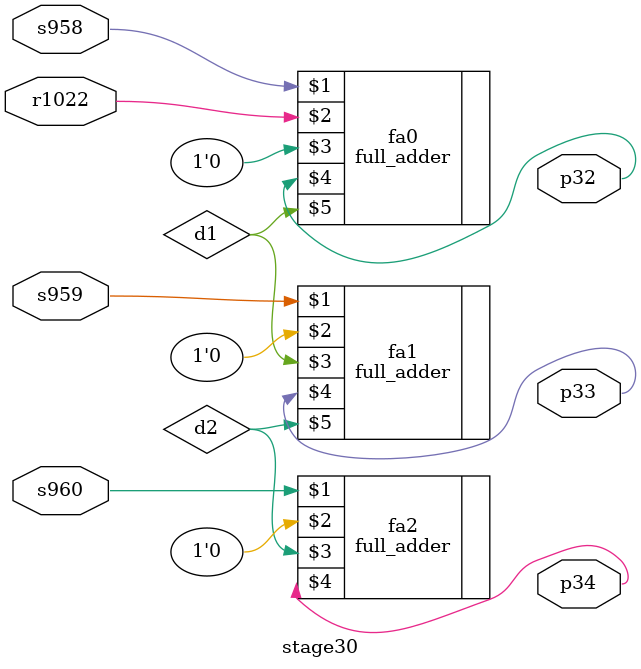
<source format=v>
`timescale 1ns / 1ps

module stage0(r0,r1,r2,r3,r4,r5,r6,r7,r8,r9,r10,r11,r12,r13,r14,r15,r16,r17,r18,r19,r20,r21,r22,r23,r24,r25,r26,r27,r28,r29,r30,r31,r32,r33,r34,r35,r36,r37,r38,r39,r40,r41,r42,r43,r44,r45,r46,r47,r48,r49,r50,r51,r52,r53,r54,r55,r56,r57,r58,r59,r60,r61,r62,r63,r64,r65,r66,r67,r68,r69,r70,r71,r72,r73,r74,r75,r76,r77,r78,r79,r80,r81,r82,r83,r84,r85,r86,r87,r88,r89,r90,r91,r92,r93,r94,r95,r96,r97,r98,r99,r100,r101,r102,r103,r104,r105,r106,r107,r108,r109,r110,r111,r112,r113,r114,r115,r116,r117,r118,r119,r120,r121,r122,s1,s2,s3,s4,s5,s6,s7,s8,s9,s10,s11,s12,s13,s14,s15,s16,s17,s18,s19,s20,s21,s22,s23,s24,s25,s26,s27,s28,s29,s30,s31,s32,s33,s34,s35,s36,s37,s38,s39,s40,s41,s42,s43,s44,s45,s46,s47,s48,s49,s50,s51,s52,s53,s54,s55,s56,s57,s58,s59,s60,s61,p2,p64);
input r0,r1,r2,r3,r4,r5,r6,r7,r8,r9,r10,r11,r12,r13,r14,r15,r16,r17,r18,r19,r20,r21,r22,r23,r24,r25,r26,r27,r28,r29,r30,r31,r32,r33,r34,r35,r36,r37,r38,r39,r40,r41,r42,r43,r44,r45,r46,r47,r48,r49,r50,r51,r52,r53,r54,r55,r56,r57,r58,r59,r60,r61,r62,r63,r64,r65,r66,r67,r68,r69,r70,r71,r72,r73,r74,r75,r76,r77,r78,r79,r80,r81,r82,r83,r84,r85,r86,r87,r88,r89,r90,r91,r92,r93,r94,r95,r96,r97,r98,r99,r100,r101,r102,r103,r104,r105,r106,r107,r108,r109,r110,r111,r112,r113,r114,r115,r116,r117,r118,r119,r120,r121,r122;
output s1,s2,s3,s4,s5,s6,s7,s8,s9,s10,s11,s12,s13,s14,s15,s16,s17,s18,s19,s20,s21,s22,s23,s24,s25,s26,s27,s28,s29,s30,s31,s32,s33,s34,s35,s36,s37,s38,s39,s40,s41,s42,s43,s44,s45,s46,s47,s48,s49,s50,s51,s52,s53,s54,s55,s56,s57,s58,s59,s60,s61,p2,p64;
wire d1,d2,d3,d4,d5,d6,d7,d8,d9,d10,d11,d12,d13,d14,d15,d16,d17,d18,d19,d20,d21,d22,d23,d24,d25,d26,d27,d28,d29,d30,d31,d32,d33,d34,d35,d36,d37,d38,d39,d40,d41,d42,d43,d44,d45,d46,d47,d48,d49,d50,d51,d52,d53,d54,d55,d56,d57,d58,d59,d60,d61;


full_adder fa0(r0,r62,1'b0,p2,d1);
full_adder fa1(r1,r63,d1,s1,d2);
full_adder fa2(r2,r64,d2,s2,d3);
full_adder fa3(r3,r65,d3,s3,d4);
full_adder fa4(r4,r66,d4,s4,d5);
full_adder fa5(r5,r67,d5,s5,d6);
full_adder fa6(r6,r68,d6,s6,d7);
full_adder fa7(r7,r69,d7,s7,d8);
full_adder fa8(r8,r70,d8,s8,d9);
full_adder fa9(r9,r71,d9,s9,d10);
full_adder fa10(r10,r72,d10,s10,d11);
full_adder fa11(r11,r73,d11,s11,d12);
full_adder fa12(r12,r74,d12,s12,d13);
full_adder fa13(r13,r75,d13,s13,d14);
full_adder fa14(r14,r76,d14,s14,d15);
full_adder fa15(r15,r77,d15,s15,d16);
full_adder fa16(r16,r78,d16,s16,d17);
full_adder fa17(r17,r79,d17,s17,d18);
full_adder fa18(r18,r80,d18,s18,d19);
full_adder fa19(r19,r81,d19,s19,d20);
full_adder fa20(r20,r82,d20,s20,d21);
full_adder fa21(r21,r83,d21,s21,d22);
full_adder fa22(r22,r84,d22,s22,d23);
full_adder fa23(r23,r85,d23,s23,d24);
full_adder fa24(r24,r86,d24,s24,d25);
full_adder fa25(r25,r87,d25,s25,d26);
full_adder fa26(r26,r88,d26,s26,d27);
full_adder fa27(r27,r89,d27,s27,d28);
full_adder fa28(r28,r90,d28,s28,d29);
full_adder fa29(r29,r91,d29,s29,d30);
full_adder fa30(r30,r92,d30,s30,d31);
full_adder fa31(r31,r93,d31,s31,d32);
full_adder fa32(r32,r94,d32,s32,d33);
full_adder fa33(r33,r95,d33,s33,d34);
full_adder fa34(r34,r96,d34,s34,d35);
full_adder fa35(r35,r97,d35,s35,d36);
full_adder fa36(r36,r98,d36,s36,d37);
full_adder fa37(r37,r99,d37,s37,d38);
full_adder fa38(r38,r100,d38,s38,d39);
full_adder fa39(r39,r101,d39,s39,d40);
full_adder fa40(r40,r102,d40,s40,d41);
full_adder fa41(r41,r103,d41,s41,d42);
full_adder fa42(r42,r104,d42,s42,d43);
full_adder fa43(r43,r105,d43,s43,d44);
full_adder fa44(r44,r106,d44,s44,d45);
full_adder fa45(r45,r107,d45,s45,d46);
full_adder fa46(r46,r108,d46,s46,d47);
full_adder fa47(r47,r109,d47,s47,d48);
full_adder fa48(r48,r110,d48,s48,d49);
full_adder fa49(r49,r111,d49,s49,d50);
full_adder fa50(r50,r112,d50,s50,d51);
full_adder fa51(r51,r113,d51,s51,d52);
full_adder fa52(r52,r114,d52,s52,d53);
full_adder fa53(r53,r115,d53,s53,d54);
full_adder fa54(r54,r116,d54,s54,d55);
full_adder fa55(r55,r117,d55,s55,d56);
full_adder fa56(r56,r118,d56,s56,d57);
full_adder fa57(r57,r119,d57,s57,d58);
full_adder fa58(r58,r120,d58,s58,d59);
full_adder fa59(r59,r121,d59,s59,d60);
full_adder fa60(r60,r122,d60,s60,d61);
full_adder fa61(r61,1'b0,d61,s61,p64);

endmodule

module stage1(r123,r124,r125,r126,r127,r128,r129,r130,r131,r132,r133,r134,r135,r136,r137,r138,r139,r140,r141,r142,r143,r144,r145,r146,r147,r148,r149,r150,r151,r152,r153,r154,r155,r156,r157,r158,r159,r160,r161,r162,r163,r164,r165,r166,r167,r168,r169,r170,r171,r172,r173,r174,r175,r176,r177,r178,r179,r180,r181,s1,s2,s3,s4,s5,s6,s7,s8,s9,s10,s11,s12,s13,s14,s15,s16,s17,s18,s19,s20,s21,s22,s23,s24,s25,s26,s27,s28,s29,s30,s31,s32,s33,s34,s35,s36,s37,s38,s39,s40,s41,s42,s43,s44,s45,s46,s47,s48,s49,s50,s51,s52,s53,s54,s55,s56,s57,s58,s59,s60,s61,s62,s63,s64,s65,s66,s67,s68,s69,s70,s71,s72,s73,s74,s75,s76,s77,s78,s79,s80,s81,s82,s83,s84,s85,s86,s87,s88,s89,s90,s91,s92,s93,s94,s95,s96,s97,s98,s99,s100,s101,s102,s103,s104,s105,s106,s107,s108,s109,s110,s111,s112,s113,s114,s115,s116,s117,s118,s119,s120,p3,p63);
input r123,r124,r125,r126,r127,r128,r129,r130,r131,r132,r133,r134,r135,r136,r137,r138,r139,r140,r141,r142,r143,r144,r145,r146,r147,r148,r149,r150,r151,r152,r153,r154,r155,r156,r157,r158,r159,r160,r161,r162,r163,r164,r165,r166,r167,r168,r169,r170,r171,r172,r173,r174,r175,r176,r177,r178,r179,r180,r181,s1,s2,s3,s4,s5,s6,s7,s8,s9,s10,s11,s12,s13,s14,s15,s16,s17,s18,s19,s20,s21,s22,s23,s24,s25,s26,s27,s28,s29,s30,s31,s32,s33,s34,s35,s36,s37,s38,s39,s40,s41,s42,s43,s44,s45,s46,s47,s48,s49,s50,s51,s52,s53,s54,s55,s56,s57,s58,s59,s60,s61;
output s62,s63,s64,s65,s66,s67,s68,s69,s70,s71,s72,s73,s74,s75,s76,s77,s78,s79,s80,s81,s82,s83,s84,s85,s86,s87,s88,s89,s90,s91,s92,s93,s94,s95,s96,s97,s98,s99,s100,s101,s102,s103,s104,s105,s106,s107,s108,s109,s110,s111,s112,s113,s114,s115,s116,s117,s118,s119,s120,p3,p63;
wire d1,d2,d3,d4,d5,d6,d7,d8,d9,d10,d11,d12,d13,d14,d15,d16,d17,d18,d19,d20,d21,d22,d23,d24,d25,d26,d27,d28,d29,d30,d31,d32,d33,d34,d35,d36,d37,d38,d39,d40,d41,d42,d43,d44,d45,d46,d47,d48,d49,d50,d51,d52,d53,d54,d55,d56,d57,d58,d59,d60;


full_adder fa0(s1,r123,1'b0,p3,d1);
full_adder fa1(s2,r124,d1,s62,d2);
full_adder fa2(s3,r125,d2,s63,d3);
full_adder fa3(s4,r126,d3,s64,d4);
full_adder fa4(s5,r127,d4,s65,d5);
full_adder fa5(s6,r128,d5,s66,d6);
full_adder fa6(s7,r129,d6,s67,d7);
full_adder fa7(s8,r130,d7,s68,d8);
full_adder fa8(s9,r131,d8,s69,d9);
full_adder fa9(s10,r132,d9,s70,d10);
full_adder fa10(s11,r133,d10,s71,d11);
full_adder fa11(s12,r134,d11,s72,d12);
full_adder fa12(s13,r135,d12,s73,d13);
full_adder fa13(s14,r136,d13,s74,d14);
full_adder fa14(s15,r137,d14,s75,d15);
full_adder fa15(s16,r138,d15,s76,d16);
full_adder fa16(s17,r139,d16,s77,d17);
full_adder fa17(s18,r140,d17,s78,d18);
full_adder fa18(s19,r141,d18,s79,d19);
full_adder fa19(s20,r142,d19,s80,d20);
full_adder fa20(s21,r143,d20,s81,d21);
full_adder fa21(s22,r144,d21,s82,d22);
full_adder fa22(s23,r145,d22,s83,d23);
full_adder fa23(s24,r146,d23,s84,d24);
full_adder fa24(s25,r147,d24,s85,d25);
full_adder fa25(s26,r148,d25,s86,d26);
full_adder fa26(s27,r149,d26,s87,d27);
full_adder fa27(s28,r150,d27,s88,d28);
full_adder fa28(s29,r151,d28,s89,d29);
full_adder fa29(s30,r152,d29,s90,d30);
full_adder fa30(s31,r153,d30,s91,d31);
full_adder fa31(s32,r154,d31,s92,d32);
full_adder fa32(s33,r155,d32,s93,d33);
full_adder fa33(s34,r156,d33,s94,d34);
full_adder fa34(s35,r157,d34,s95,d35);
full_adder fa35(s36,r158,d35,s96,d36);
full_adder fa36(s37,r159,d36,s97,d37);
full_adder fa37(s38,r160,d37,s98,d38);
full_adder fa38(s39,r161,d38,s99,d39);
full_adder fa39(s40,r162,d39,s100,d40);
full_adder fa40(s41,r163,d40,s101,d41);
full_adder fa41(s42,r164,d41,s102,d42);
full_adder fa42(s43,r165,d42,s103,d43);
full_adder fa43(s44,r166,d43,s104,d44);
full_adder fa44(s45,r167,d44,s105,d45);
full_adder fa45(s46,r168,d45,s106,d46);
full_adder fa46(s47,r169,d46,s107,d47);
full_adder fa47(s48,r170,d47,s108,d48);
full_adder fa48(s49,r171,d48,s109,d49);
full_adder fa49(s50,r172,d49,s110,d50);
full_adder fa50(s51,r173,d50,s111,d51);
full_adder fa51(s52,r174,d51,s112,d52);
full_adder fa52(s53,r175,d52,s113,d53);
full_adder fa53(s54,r176,d53,s114,d54);
full_adder fa54(s55,r177,d54,s115,d55);
full_adder fa55(s56,r178,d55,s116,d56);
full_adder fa56(s57,r179,d56,s117,d57);
full_adder fa57(s58,r180,d57,s118,d58);
full_adder fa58(s59,r181,d58,s119,d59);
full_adder fa59(s60,1'b0,d59,s120,d60);
full_adder fa60(s61,1'b0,d60,p63,);

endmodule

module stage2(r182,r183,r184,r185,r186,r187,r188,r189,r190,r191,r192,r193,r194,r195,r196,r197,r198,r199,r200,r201,r202,r203,r204,r205,r206,r207,r208,r209,r210,r211,r212,r213,r214,r215,r216,r217,r218,r219,r220,r221,r222,r223,r224,r225,r226,r227,r228,r229,r230,r231,r232,r233,r234,r235,r236,r237,r238,s62,s63,s64,s65,s66,s67,s68,s69,s70,s71,s72,s73,s74,s75,s76,s77,s78,s79,s80,s81,s82,s83,s84,s85,s86,s87,s88,s89,s90,s91,s92,s93,s94,s95,s96,s97,s98,s99,s100,s101,s102,s103,s104,s105,s106,s107,s108,s109,s110,s111,s112,s113,s114,s115,s116,s117,s118,s119,s120,s121,s122,s123,s124,s125,s126,s127,s128,s129,s130,s131,s132,s133,s134,s135,s136,s137,s138,s139,s140,s141,s142,s143,s144,s145,s146,s147,s148,s149,s150,s151,s152,s153,s154,s155,s156,s157,s158,s159,s160,s161,s162,s163,s164,s165,s166,s167,s168,s169,s170,s171,s172,s173,s174,s175,s176,s177,p4,p62);
input r182,r183,r184,r185,r186,r187,r188,r189,r190,r191,r192,r193,r194,r195,r196,r197,r198,r199,r200,r201,r202,r203,r204,r205,r206,r207,r208,r209,r210,r211,r212,r213,r214,r215,r216,r217,r218,r219,r220,r221,r222,r223,r224,r225,r226,r227,r228,r229,r230,r231,r232,r233,r234,r235,r236,r237,r238,s62,s63,s64,s65,s66,s67,s68,s69,s70,s71,s72,s73,s74,s75,s76,s77,s78,s79,s80,s81,s82,s83,s84,s85,s86,s87,s88,s89,s90,s91,s92,s93,s94,s95,s96,s97,s98,s99,s100,s101,s102,s103,s104,s105,s106,s107,s108,s109,s110,s111,s112,s113,s114,s115,s116,s117,s118,s119,s120;
output s121,s122,s123,s124,s125,s126,s127,s128,s129,s130,s131,s132,s133,s134,s135,s136,s137,s138,s139,s140,s141,s142,s143,s144,s145,s146,s147,s148,s149,s150,s151,s152,s153,s154,s155,s156,s157,s158,s159,s160,s161,s162,s163,s164,s165,s166,s167,s168,s169,s170,s171,s172,s173,s174,s175,s176,s177,p4,p62;
wire d1,d2,d3,d4,d5,d6,d7,d8,d9,d10,d11,d12,d13,d14,d15,d16,d17,d18,d19,d20,d21,d22,d23,d24,d25,d26,d27,d28,d29,d30,d31,d32,d33,d34,d35,d36,d37,d38,d39,d40,d41,d42,d43,d44,d45,d46,d47,d48,d49,d50,d51,d52,d53,d54,d55,d56,d57,d58;


full_adder fa0(s62,r182,1'b0,p4,d1);
full_adder fa1(s63,r183,d1,s121,d2);
full_adder fa2(s64,r184,d2,s122,d3);
full_adder fa3(s65,r185,d3,s123,d4);
full_adder fa4(s66,r186,d4,s124,d5);
full_adder fa5(s67,r187,d5,s125,d6);
full_adder fa6(s68,r188,d6,s126,d7);
full_adder fa7(s69,r189,d7,s127,d8);
full_adder fa8(s70,r190,d8,s128,d9);
full_adder fa9(s71,r191,d9,s129,d10);
full_adder fa10(s72,r192,d10,s130,d11);
full_adder fa11(s73,r193,d11,s131,d12);
full_adder fa12(s74,r194,d12,s132,d13);
full_adder fa13(s75,r195,d13,s133,d14);
full_adder fa14(s76,r196,d14,s134,d15);
full_adder fa15(s77,r197,d15,s135,d16);
full_adder fa16(s78,r198,d16,s136,d17);
full_adder fa17(s79,r199,d17,s137,d18);
full_adder fa18(s80,r200,d18,s138,d19);
full_adder fa19(s81,r201,d19,s139,d20);
full_adder fa20(s82,r202,d20,s140,d21);
full_adder fa21(s83,r203,d21,s141,d22);
full_adder fa22(s84,r204,d22,s142,d23);
full_adder fa23(s85,r205,d23,s143,d24);
full_adder fa24(s86,r206,d24,s144,d25);
full_adder fa25(s87,r207,d25,s145,d26);
full_adder fa26(s88,r208,d26,s146,d27);
full_adder fa27(s89,r209,d27,s147,d28);
full_adder fa28(s90,r210,d28,s148,d29);
full_adder fa29(s91,r211,d29,s149,d30);
full_adder fa30(s92,r212,d30,s150,d31);
full_adder fa31(s93,r213,d31,s151,d32);
full_adder fa32(s94,r214,d32,s152,d33);
full_adder fa33(s95,r215,d33,s153,d34);
full_adder fa34(s96,r216,d34,s154,d35);
full_adder fa35(s97,r217,d35,s155,d36);
full_adder fa36(s98,r218,d36,s156,d37);
full_adder fa37(s99,r219,d37,s157,d38);
full_adder fa38(s100,r220,d38,s158,d39);
full_adder fa39(s101,r221,d39,s159,d40);
full_adder fa40(s102,r222,d40,s160,d41);
full_adder fa41(s103,r223,d41,s161,d42);
full_adder fa42(s104,r224,d42,s162,d43);
full_adder fa43(s105,r225,d43,s163,d44);
full_adder fa44(s106,r226,d44,s164,d45);
full_adder fa45(s107,r227,d45,s165,d46);
full_adder fa46(s108,r228,d46,s166,d47);
full_adder fa47(s109,r229,d47,s167,d48);
full_adder fa48(s110,r230,d48,s168,d49);
full_adder fa49(s111,r231,d49,s169,d50);
full_adder fa50(s112,r232,d50,s170,d51);
full_adder fa51(s113,r233,d51,s171,d52);
full_adder fa52(s114,r234,d52,s172,d53);
full_adder fa53(s115,r235,d53,s173,d54);
full_adder fa54(s116,r236,d54,s174,d55);
full_adder fa55(s117,r237,d55,s175,d56);
full_adder fa56(s118,r238,d56,s176,d57);
full_adder fa57(s119,1'b0,d57,s177,d58);
full_adder fa58(s120,1'b0,d58,p62,);

endmodule

module stage3(r239,r240,r241,r242,r243,r244,r245,r246,r247,r248,r249,r250,r251,r252,r253,r254,r255,r256,r257,r258,r259,r260,r261,r262,r263,r264,r265,r266,r267,r268,r269,r270,r271,r272,r273,r274,r275,r276,r277,r278,r279,r280,r281,r282,r283,r284,r285,r286,r287,r288,r289,r290,r291,r292,r293,s121,s122,s123,s124,s125,s126,s127,s128,s129,s130,s131,s132,s133,s134,s135,s136,s137,s138,s139,s140,s141,s142,s143,s144,s145,s146,s147,s148,s149,s150,s151,s152,s153,s154,s155,s156,s157,s158,s159,s160,s161,s162,s163,s164,s165,s166,s167,s168,s169,s170,s171,s172,s173,s174,s175,s176,s177,s178,s179,s180,s181,s182,s183,s184,s185,s186,s187,s188,s189,s190,s191,s192,s193,s194,s195,s196,s197,s198,s199,s200,s201,s202,s203,s204,s205,s206,s207,s208,s209,s210,s211,s212,s213,s214,s215,s216,s217,s218,s219,s220,s221,s222,s223,s224,s225,s226,s227,s228,s229,s230,s231,s232,p5,p61);
input r239,r240,r241,r242,r243,r244,r245,r246,r247,r248,r249,r250,r251,r252,r253,r254,r255,r256,r257,r258,r259,r260,r261,r262,r263,r264,r265,r266,r267,r268,r269,r270,r271,r272,r273,r274,r275,r276,r277,r278,r279,r280,r281,r282,r283,r284,r285,r286,r287,r288,r289,r290,r291,r292,r293,s121,s122,s123,s124,s125,s126,s127,s128,s129,s130,s131,s132,s133,s134,s135,s136,s137,s138,s139,s140,s141,s142,s143,s144,s145,s146,s147,s148,s149,s150,s151,s152,s153,s154,s155,s156,s157,s158,s159,s160,s161,s162,s163,s164,s165,s166,s167,s168,s169,s170,s171,s172,s173,s174,s175,s176,s177;
output s178,s179,s180,s181,s182,s183,s184,s185,s186,s187,s188,s189,s190,s191,s192,s193,s194,s195,s196,s197,s198,s199,s200,s201,s202,s203,s204,s205,s206,s207,s208,s209,s210,s211,s212,s213,s214,s215,s216,s217,s218,s219,s220,s221,s222,s223,s224,s225,s226,s227,s228,s229,s230,s231,s232,p5,p61;
wire d1,d2,d3,d4,d5,d6,d7,d8,d9,d10,d11,d12,d13,d14,d15,d16,d17,d18,d19,d20,d21,d22,d23,d24,d25,d26,d27,d28,d29,d30,d31,d32,d33,d34,d35,d36,d37,d38,d39,d40,d41,d42,d43,d44,d45,d46,d47,d48,d49,d50,d51,d52,d53,d54,d55,d56;


full_adder fa0(s121,r239,1'b0,p5,d1);
full_adder fa1(s122,r240,d1,s178,d2);
full_adder fa2(s123,r241,d2,s179,d3);
full_adder fa3(s124,r242,d3,s180,d4);
full_adder fa4(s125,r243,d4,s181,d5);
full_adder fa5(s126,r244,d5,s182,d6);
full_adder fa6(s127,r245,d6,s183,d7);
full_adder fa7(s128,r246,d7,s184,d8);
full_adder fa8(s129,r247,d8,s185,d9);
full_adder fa9(s130,r248,d9,s186,d10);
full_adder fa10(s131,r249,d10,s187,d11);
full_adder fa11(s132,r250,d11,s188,d12);
full_adder fa12(s133,r251,d12,s189,d13);
full_adder fa13(s134,r252,d13,s190,d14);
full_adder fa14(s135,r253,d14,s191,d15);
full_adder fa15(s136,r254,d15,s192,d16);
full_adder fa16(s137,r255,d16,s193,d17);
full_adder fa17(s138,r256,d17,s194,d18);
full_adder fa18(s139,r257,d18,s195,d19);
full_adder fa19(s140,r258,d19,s196,d20);
full_adder fa20(s141,r259,d20,s197,d21);
full_adder fa21(s142,r260,d21,s198,d22);
full_adder fa22(s143,r261,d22,s199,d23);
full_adder fa23(s144,r262,d23,s200,d24);
full_adder fa24(s145,r263,d24,s201,d25);
full_adder fa25(s146,r264,d25,s202,d26);
full_adder fa26(s147,r265,d26,s203,d27);
full_adder fa27(s148,r266,d27,s204,d28);
full_adder fa28(s149,r267,d28,s205,d29);
full_adder fa29(s150,r268,d29,s206,d30);
full_adder fa30(s151,r269,d30,s207,d31);
full_adder fa31(s152,r270,d31,s208,d32);
full_adder fa32(s153,r271,d32,s209,d33);
full_adder fa33(s154,r272,d33,s210,d34);
full_adder fa34(s155,r273,d34,s211,d35);
full_adder fa35(s156,r274,d35,s212,d36);
full_adder fa36(s157,r275,d36,s213,d37);
full_adder fa37(s158,r276,d37,s214,d38);
full_adder fa38(s159,r277,d38,s215,d39);
full_adder fa39(s160,r278,d39,s216,d40);
full_adder fa40(s161,r279,d40,s217,d41);
full_adder fa41(s162,r280,d41,s218,d42);
full_adder fa42(s163,r281,d42,s219,d43);
full_adder fa43(s164,r282,d43,s220,d44);
full_adder fa44(s165,r283,d44,s221,d45);
full_adder fa45(s166,r284,d45,s222,d46);
full_adder fa46(s167,r285,d46,s223,d47);
full_adder fa47(s168,r286,d47,s224,d48);
full_adder fa48(s169,r287,d48,s225,d49);
full_adder fa49(s170,r288,d49,s226,d50);
full_adder fa50(s171,r289,d50,s227,d51);
full_adder fa51(s172,r290,d51,s228,d52);
full_adder fa52(s173,r291,d52,s229,d53);
full_adder fa53(s174,r292,d53,s230,d54);
full_adder fa54(s175,r293,d54,s231,d55);
full_adder fa55(s176,1'b0,d55,s232,d56);
full_adder fa56(s177,1'b0,d56,p61,);

endmodule

module stage4(r294,r295,r296,r297,r298,r299,r300,r301,r302,r303,r304,r305,r306,r307,r308,r309,r310,r311,r312,r313,r314,r315,r316,r317,r318,r319,r320,r321,r322,r323,r324,r325,r326,r327,r328,r329,r330,r331,r332,r333,r334,r335,r336,r337,r338,r339,r340,r341,r342,r343,r344,r345,r346,s178,s179,s180,s181,s182,s183,s184,s185,s186,s187,s188,s189,s190,s191,s192,s193,s194,s195,s196,s197,s198,s199,s200,s201,s202,s203,s204,s205,s206,s207,s208,s209,s210,s211,s212,s213,s214,s215,s216,s217,s218,s219,s220,s221,s222,s223,s224,s225,s226,s227,s228,s229,s230,s231,s232,s233,s234,s235,s236,s237,s238,s239,s240,s241,s242,s243,s244,s245,s246,s247,s248,s249,s250,s251,s252,s253,s254,s255,s256,s257,s258,s259,s260,s261,s262,s263,s264,s265,s266,s267,s268,s269,s270,s271,s272,s273,s274,s275,s276,s277,s278,s279,s280,s281,s282,s283,s284,s285,p6,p60);
input r294,r295,r296,r297,r298,r299,r300,r301,r302,r303,r304,r305,r306,r307,r308,r309,r310,r311,r312,r313,r314,r315,r316,r317,r318,r319,r320,r321,r322,r323,r324,r325,r326,r327,r328,r329,r330,r331,r332,r333,r334,r335,r336,r337,r338,r339,r340,r341,r342,r343,r344,r345,r346,s178,s179,s180,s181,s182,s183,s184,s185,s186,s187,s188,s189,s190,s191,s192,s193,s194,s195,s196,s197,s198,s199,s200,s201,s202,s203,s204,s205,s206,s207,s208,s209,s210,s211,s212,s213,s214,s215,s216,s217,s218,s219,s220,s221,s222,s223,s224,s225,s226,s227,s228,s229,s230,s231,s232;
output s233,s234,s235,s236,s237,s238,s239,s240,s241,s242,s243,s244,s245,s246,s247,s248,s249,s250,s251,s252,s253,s254,s255,s256,s257,s258,s259,s260,s261,s262,s263,s264,s265,s266,s267,s268,s269,s270,s271,s272,s273,s274,s275,s276,s277,s278,s279,s280,s281,s282,s283,s284,s285,p6,p60;
wire d1,d2,d3,d4,d5,d6,d7,d8,d9,d10,d11,d12,d13,d14,d15,d16,d17,d18,d19,d20,d21,d22,d23,d24,d25,d26,d27,d28,d29,d30,d31,d32,d33,d34,d35,d36,d37,d38,d39,d40,d41,d42,d43,d44,d45,d46,d47,d48,d49,d50,d51,d52,d53,d54;


full_adder fa0(s178,r294,1'b0,p6,d1);
full_adder fa1(s179,r295,d1,s233,d2);
full_adder fa2(s180,r296,d2,s234,d3);
full_adder fa3(s181,r297,d3,s235,d4);
full_adder fa4(s182,r298,d4,s236,d5);
full_adder fa5(s183,r299,d5,s237,d6);
full_adder fa6(s184,r300,d6,s238,d7);
full_adder fa7(s185,r301,d7,s239,d8);
full_adder fa8(s186,r302,d8,s240,d9);
full_adder fa9(s187,r303,d9,s241,d10);
full_adder fa10(s188,r304,d10,s242,d11);
full_adder fa11(s189,r305,d11,s243,d12);
full_adder fa12(s190,r306,d12,s244,d13);
full_adder fa13(s191,r307,d13,s245,d14);
full_adder fa14(s192,r308,d14,s246,d15);
full_adder fa15(s193,r309,d15,s247,d16);
full_adder fa16(s194,r310,d16,s248,d17);
full_adder fa17(s195,r311,d17,s249,d18);
full_adder fa18(s196,r312,d18,s250,d19);
full_adder fa19(s197,r313,d19,s251,d20);
full_adder fa20(s198,r314,d20,s252,d21);
full_adder fa21(s199,r315,d21,s253,d22);
full_adder fa22(s200,r316,d22,s254,d23);
full_adder fa23(s201,r317,d23,s255,d24);
full_adder fa24(s202,r318,d24,s256,d25);
full_adder fa25(s203,r319,d25,s257,d26);
full_adder fa26(s204,r320,d26,s258,d27);
full_adder fa27(s205,r321,d27,s259,d28);
full_adder fa28(s206,r322,d28,s260,d29);
full_adder fa29(s207,r323,d29,s261,d30);
full_adder fa30(s208,r324,d30,s262,d31);
full_adder fa31(s209,r325,d31,s263,d32);
full_adder fa32(s210,r326,d32,s264,d33);
full_adder fa33(s211,r327,d33,s265,d34);
full_adder fa34(s212,r328,d34,s266,d35);
full_adder fa35(s213,r329,d35,s267,d36);
full_adder fa36(s214,r330,d36,s268,d37);
full_adder fa37(s215,r331,d37,s269,d38);
full_adder fa38(s216,r332,d38,s270,d39);
full_adder fa39(s217,r333,d39,s271,d40);
full_adder fa40(s218,r334,d40,s272,d41);
full_adder fa41(s219,r335,d41,s273,d42);
full_adder fa42(s220,r336,d42,s274,d43);
full_adder fa43(s221,r337,d43,s275,d44);
full_adder fa44(s222,r338,d44,s276,d45);
full_adder fa45(s223,r339,d45,s277,d46);
full_adder fa46(s224,r340,d46,s278,d47);
full_adder fa47(s225,r341,d47,s279,d48);
full_adder fa48(s226,r342,d48,s280,d49);
full_adder fa49(s227,r343,d49,s281,d50);
full_adder fa50(s228,r344,d50,s282,d51);
full_adder fa51(s229,r345,d51,s283,d52);
full_adder fa52(s230,r346,d52,s284,d53);
full_adder fa53(s231,1'b0,d53,s285,d54);
full_adder fa54(s232,1'b0,d54,p60,);

endmodule

module stage5(r347,r348,r349,r350,r351,r352,r353,r354,r355,r356,r357,r358,r359,r360,r361,r362,r363,r364,r365,r366,r367,r368,r369,r370,r371,r372,r373,r374,r375,r376,r377,r378,r379,r380,r381,r382,r383,r384,r385,r386,r387,r388,r389,r390,r391,r392,r393,r394,r395,r396,r397,s233,s234,s235,s236,s237,s238,s239,s240,s241,s242,s243,s244,s245,s246,s247,s248,s249,s250,s251,s252,s253,s254,s255,s256,s257,s258,s259,s260,s261,s262,s263,s264,s265,s266,s267,s268,s269,s270,s271,s272,s273,s274,s275,s276,s277,s278,s279,s280,s281,s282,s283,s284,s285,s286,s287,s288,s289,s290,s291,s292,s293,s294,s295,s296,s297,s298,s299,s300,s301,s302,s303,s304,s305,s306,s307,s308,s309,s310,s311,s312,s313,s314,s315,s316,s317,s318,s319,s320,s321,s322,s323,s324,s325,s326,s327,s328,s329,s330,s331,s332,s333,s334,s335,s336,p7,p59);
input r347,r348,r349,r350,r351,r352,r353,r354,r355,r356,r357,r358,r359,r360,r361,r362,r363,r364,r365,r366,r367,r368,r369,r370,r371,r372,r373,r374,r375,r376,r377,r378,r379,r380,r381,r382,r383,r384,r385,r386,r387,r388,r389,r390,r391,r392,r393,r394,r395,r396,r397,s233,s234,s235,s236,s237,s238,s239,s240,s241,s242,s243,s244,s245,s246,s247,s248,s249,s250,s251,s252,s253,s254,s255,s256,s257,s258,s259,s260,s261,s262,s263,s264,s265,s266,s267,s268,s269,s270,s271,s272,s273,s274,s275,s276,s277,s278,s279,s280,s281,s282,s283,s284,s285;
output s286,s287,s288,s289,s290,s291,s292,s293,s294,s295,s296,s297,s298,s299,s300,s301,s302,s303,s304,s305,s306,s307,s308,s309,s310,s311,s312,s313,s314,s315,s316,s317,s318,s319,s320,s321,s322,s323,s324,s325,s326,s327,s328,s329,s330,s331,s332,s333,s334,s335,s336,p7,p59;
wire d1,d2,d3,d4,d5,d6,d7,d8,d9,d10,d11,d12,d13,d14,d15,d16,d17,d18,d19,d20,d21,d22,d23,d24,d25,d26,d27,d28,d29,d30,d31,d32,d33,d34,d35,d36,d37,d38,d39,d40,d41,d42,d43,d44,d45,d46,d47,d48,d49,d50,d51,d52;


full_adder fa0(s233,r347,1'b0,p7,d1);
full_adder fa1(s234,r348,d1,s286,d2);
full_adder fa2(s235,r349,d2,s287,d3);
full_adder fa3(s236,r350,d3,s288,d4);
full_adder fa4(s237,r351,d4,s289,d5);
full_adder fa5(s238,r352,d5,s290,d6);
full_adder fa6(s239,r353,d6,s291,d7);
full_adder fa7(s240,r354,d7,s292,d8);
full_adder fa8(s241,r355,d8,s293,d9);
full_adder fa9(s242,r356,d9,s294,d10);
full_adder fa10(s243,r357,d10,s295,d11);
full_adder fa11(s244,r358,d11,s296,d12);
full_adder fa12(s245,r359,d12,s297,d13);
full_adder fa13(s246,r360,d13,s298,d14);
full_adder fa14(s247,r361,d14,s299,d15);
full_adder fa15(s248,r362,d15,s300,d16);
full_adder fa16(s249,r363,d16,s301,d17);
full_adder fa17(s250,r364,d17,s302,d18);
full_adder fa18(s251,r365,d18,s303,d19);
full_adder fa19(s252,r366,d19,s304,d20);
full_adder fa20(s253,r367,d20,s305,d21);
full_adder fa21(s254,r368,d21,s306,d22);
full_adder fa22(s255,r369,d22,s307,d23);
full_adder fa23(s256,r370,d23,s308,d24);
full_adder fa24(s257,r371,d24,s309,d25);
full_adder fa25(s258,r372,d25,s310,d26);
full_adder fa26(s259,r373,d26,s311,d27);
full_adder fa27(s260,r374,d27,s312,d28);
full_adder fa28(s261,r375,d28,s313,d29);
full_adder fa29(s262,r376,d29,s314,d30);
full_adder fa30(s263,r377,d30,s315,d31);
full_adder fa31(s264,r378,d31,s316,d32);
full_adder fa32(s265,r379,d32,s317,d33);
full_adder fa33(s266,r380,d33,s318,d34);
full_adder fa34(s267,r381,d34,s319,d35);
full_adder fa35(s268,r382,d35,s320,d36);
full_adder fa36(s269,r383,d36,s321,d37);
full_adder fa37(s270,r384,d37,s322,d38);
full_adder fa38(s271,r385,d38,s323,d39);
full_adder fa39(s272,r386,d39,s324,d40);
full_adder fa40(s273,r387,d40,s325,d41);
full_adder fa41(s274,r388,d41,s326,d42);
full_adder fa42(s275,r389,d42,s327,d43);
full_adder fa43(s276,r390,d43,s328,d44);
full_adder fa44(s277,r391,d44,s329,d45);
full_adder fa45(s278,r392,d45,s330,d46);
full_adder fa46(s279,r393,d46,s331,d47);
full_adder fa47(s280,r394,d47,s332,d48);
full_adder fa48(s281,r395,d48,s333,d49);
full_adder fa49(s282,r396,d49,s334,d50);
full_adder fa50(s283,r397,d50,s335,d51);
full_adder fa51(s284,1'b0,d51,s336,d52);
full_adder fa52(s285,1'b0,d52,p59,);

endmodule

module stage6(r398,r399,r400,r401,r402,r403,r404,r405,r406,r407,r408,r409,r410,r411,r412,r413,r414,r415,r416,r417,r418,r419,r420,r421,r422,r423,r424,r425,r426,r427,r428,r429,r430,r431,r432,r433,r434,r435,r436,r437,r438,r439,r440,r441,r442,r443,r444,r445,r446,s286,s287,s288,s289,s290,s291,s292,s293,s294,s295,s296,s297,s298,s299,s300,s301,s302,s303,s304,s305,s306,s307,s308,s309,s310,s311,s312,s313,s314,s315,s316,s317,s318,s319,s320,s321,s322,s323,s324,s325,s326,s327,s328,s329,s330,s331,s332,s333,s334,s335,s336,s337,s338,s339,s340,s341,s342,s343,s344,s345,s346,s347,s348,s349,s350,s351,s352,s353,s354,s355,s356,s357,s358,s359,s360,s361,s362,s363,s364,s365,s366,s367,s368,s369,s370,s371,s372,s373,s374,s375,s376,s377,s378,s379,s380,s381,s382,s383,s384,s385,p8,p58);
input r398,r399,r400,r401,r402,r403,r404,r405,r406,r407,r408,r409,r410,r411,r412,r413,r414,r415,r416,r417,r418,r419,r420,r421,r422,r423,r424,r425,r426,r427,r428,r429,r430,r431,r432,r433,r434,r435,r436,r437,r438,r439,r440,r441,r442,r443,r444,r445,r446,s286,s287,s288,s289,s290,s291,s292,s293,s294,s295,s296,s297,s298,s299,s300,s301,s302,s303,s304,s305,s306,s307,s308,s309,s310,s311,s312,s313,s314,s315,s316,s317,s318,s319,s320,s321,s322,s323,s324,s325,s326,s327,s328,s329,s330,s331,s332,s333,s334,s335,s336;
output s337,s338,s339,s340,s341,s342,s343,s344,s345,s346,s347,s348,s349,s350,s351,s352,s353,s354,s355,s356,s357,s358,s359,s360,s361,s362,s363,s364,s365,s366,s367,s368,s369,s370,s371,s372,s373,s374,s375,s376,s377,s378,s379,s380,s381,s382,s383,s384,s385,p8,p58;
wire d1,d2,d3,d4,d5,d6,d7,d8,d9,d10,d11,d12,d13,d14,d15,d16,d17,d18,d19,d20,d21,d22,d23,d24,d25,d26,d27,d28,d29,d30,d31,d32,d33,d34,d35,d36,d37,d38,d39,d40,d41,d42,d43,d44,d45,d46,d47,d48,d49,d50;


full_adder fa0(s286,r398,1'b0,p8,d1);
full_adder fa1(s287,r399,d1,s337,d2);
full_adder fa2(s288,r400,d2,s338,d3);
full_adder fa3(s289,r401,d3,s339,d4);
full_adder fa4(s290,r402,d4,s340,d5);
full_adder fa5(s291,r403,d5,s341,d6);
full_adder fa6(s292,r404,d6,s342,d7);
full_adder fa7(s293,r405,d7,s343,d8);
full_adder fa8(s294,r406,d8,s344,d9);
full_adder fa9(s295,r407,d9,s345,d10);
full_adder fa10(s296,r408,d10,s346,d11);
full_adder fa11(s297,r409,d11,s347,d12);
full_adder fa12(s298,r410,d12,s348,d13);
full_adder fa13(s299,r411,d13,s349,d14);
full_adder fa14(s300,r412,d14,s350,d15);
full_adder fa15(s301,r413,d15,s351,d16);
full_adder fa16(s302,r414,d16,s352,d17);
full_adder fa17(s303,r415,d17,s353,d18);
full_adder fa18(s304,r416,d18,s354,d19);
full_adder fa19(s305,r417,d19,s355,d20);
full_adder fa20(s306,r418,d20,s356,d21);
full_adder fa21(s307,r419,d21,s357,d22);
full_adder fa22(s308,r420,d22,s358,d23);
full_adder fa23(s309,r421,d23,s359,d24);
full_adder fa24(s310,r422,d24,s360,d25);
full_adder fa25(s311,r423,d25,s361,d26);
full_adder fa26(s312,r424,d26,s362,d27);
full_adder fa27(s313,r425,d27,s363,d28);
full_adder fa28(s314,r426,d28,s364,d29);
full_adder fa29(s315,r427,d29,s365,d30);
full_adder fa30(s316,r428,d30,s366,d31);
full_adder fa31(s317,r429,d31,s367,d32);
full_adder fa32(s318,r430,d32,s368,d33);
full_adder fa33(s319,r431,d33,s369,d34);
full_adder fa34(s320,r432,d34,s370,d35);
full_adder fa35(s321,r433,d35,s371,d36);
full_adder fa36(s322,r434,d36,s372,d37);
full_adder fa37(s323,r435,d37,s373,d38);
full_adder fa38(s324,r436,d38,s374,d39);
full_adder fa39(s325,r437,d39,s375,d40);
full_adder fa40(s326,r438,d40,s376,d41);
full_adder fa41(s327,r439,d41,s377,d42);
full_adder fa42(s328,r440,d42,s378,d43);
full_adder fa43(s329,r441,d43,s379,d44);
full_adder fa44(s330,r442,d44,s380,d45);
full_adder fa45(s331,r443,d45,s381,d46);
full_adder fa46(s332,r444,d46,s382,d47);
full_adder fa47(s333,r445,d47,s383,d48);
full_adder fa48(s334,r446,d48,s384,d49);
full_adder fa49(s335,1'b0,d49,s385,d50);
full_adder fa50(s336,1'b0,d50,p58,);

endmodule

module stage7(r447,r448,r449,r450,r451,r452,r453,r454,r455,r456,r457,r458,r459,r460,r461,r462,r463,r464,r465,r466,r467,r468,r469,r470,r471,r472,r473,r474,r475,r476,r477,r478,r479,r480,r481,r482,r483,r484,r485,r486,r487,r488,r489,r490,r491,r492,r493,s337,s338,s339,s340,s341,s342,s343,s344,s345,s346,s347,s348,s349,s350,s351,s352,s353,s354,s355,s356,s357,s358,s359,s360,s361,s362,s363,s364,s365,s366,s367,s368,s369,s370,s371,s372,s373,s374,s375,s376,s377,s378,s379,s380,s381,s382,s383,s384,s385,s386,s387,s388,s389,s390,s391,s392,s393,s394,s395,s396,s397,s398,s399,s400,s401,s402,s403,s404,s405,s406,s407,s408,s409,s410,s411,s412,s413,s414,s415,s416,s417,s418,s419,s420,s421,s422,s423,s424,s425,s426,s427,s428,s429,s430,s431,s432,p9,p57);
input r447,r448,r449,r450,r451,r452,r453,r454,r455,r456,r457,r458,r459,r460,r461,r462,r463,r464,r465,r466,r467,r468,r469,r470,r471,r472,r473,r474,r475,r476,r477,r478,r479,r480,r481,r482,r483,r484,r485,r486,r487,r488,r489,r490,r491,r492,r493,s337,s338,s339,s340,s341,s342,s343,s344,s345,s346,s347,s348,s349,s350,s351,s352,s353,s354,s355,s356,s357,s358,s359,s360,s361,s362,s363,s364,s365,s366,s367,s368,s369,s370,s371,s372,s373,s374,s375,s376,s377,s378,s379,s380,s381,s382,s383,s384,s385;
output s386,s387,s388,s389,s390,s391,s392,s393,s394,s395,s396,s397,s398,s399,s400,s401,s402,s403,s404,s405,s406,s407,s408,s409,s410,s411,s412,s413,s414,s415,s416,s417,s418,s419,s420,s421,s422,s423,s424,s425,s426,s427,s428,s429,s430,s431,s432,p9,p57;
wire d1,d2,d3,d4,d5,d6,d7,d8,d9,d10,d11,d12,d13,d14,d15,d16,d17,d18,d19,d20,d21,d22,d23,d24,d25,d26,d27,d28,d29,d30,d31,d32,d33,d34,d35,d36,d37,d38,d39,d40,d41,d42,d43,d44,d45,d46,d47,d48;


full_adder fa0(s337,r447,1'b0,p9,d1);
full_adder fa1(s338,r448,d1,s386,d2);
full_adder fa2(s339,r449,d2,s387,d3);
full_adder fa3(s340,r450,d3,s388,d4);
full_adder fa4(s341,r451,d4,s389,d5);
full_adder fa5(s342,r452,d5,s390,d6);
full_adder fa6(s343,r453,d6,s391,d7);
full_adder fa7(s344,r454,d7,s392,d8);
full_adder fa8(s345,r455,d8,s393,d9);
full_adder fa9(s346,r456,d9,s394,d10);
full_adder fa10(s347,r457,d10,s395,d11);
full_adder fa11(s348,r458,d11,s396,d12);
full_adder fa12(s349,r459,d12,s397,d13);
full_adder fa13(s350,r460,d13,s398,d14);
full_adder fa14(s351,r461,d14,s399,d15);
full_adder fa15(s352,r462,d15,s400,d16);
full_adder fa16(s353,r463,d16,s401,d17);
full_adder fa17(s354,r464,d17,s402,d18);
full_adder fa18(s355,r465,d18,s403,d19);
full_adder fa19(s356,r466,d19,s404,d20);
full_adder fa20(s357,r467,d20,s405,d21);
full_adder fa21(s358,r468,d21,s406,d22);
full_adder fa22(s359,r469,d22,s407,d23);
full_adder fa23(s360,r470,d23,s408,d24);
full_adder fa24(s361,r471,d24,s409,d25);
full_adder fa25(s362,r472,d25,s410,d26);
full_adder fa26(s363,r473,d26,s411,d27);
full_adder fa27(s364,r474,d27,s412,d28);
full_adder fa28(s365,r475,d28,s413,d29);
full_adder fa29(s366,r476,d29,s414,d30);
full_adder fa30(s367,r477,d30,s415,d31);
full_adder fa31(s368,r478,d31,s416,d32);
full_adder fa32(s369,r479,d32,s417,d33);
full_adder fa33(s370,r480,d33,s418,d34);
full_adder fa34(s371,r481,d34,s419,d35);
full_adder fa35(s372,r482,d35,s420,d36);
full_adder fa36(s373,r483,d36,s421,d37);
full_adder fa37(s374,r484,d37,s422,d38);
full_adder fa38(s375,r485,d38,s423,d39);
full_adder fa39(s376,r486,d39,s424,d40);
full_adder fa40(s377,r487,d40,s425,d41);
full_adder fa41(s378,r488,d41,s426,d42);
full_adder fa42(s379,r489,d42,s427,d43);
full_adder fa43(s380,r490,d43,s428,d44);
full_adder fa44(s381,r491,d44,s429,d45);
full_adder fa45(s382,r492,d45,s430,d46);
full_adder fa46(s383,r493,d46,s431,d47);
full_adder fa47(s384,1'b0,d47,s432,d48);
full_adder fa48(s385,1'b0,d48,p57,);

endmodule

module stage8(r494,r495,r496,r497,r498,r499,r500,r501,r502,r503,r504,r505,r506,r507,r508,r509,r510,r511,r512,r513,r514,r515,r516,r517,r518,r519,r520,r521,r522,r523,r524,r525,r526,r527,r528,r529,r530,r531,r532,r533,r534,r535,r536,r537,r538,s386,s387,s388,s389,s390,s391,s392,s393,s394,s395,s396,s397,s398,s399,s400,s401,s402,s403,s404,s405,s406,s407,s408,s409,s410,s411,s412,s413,s414,s415,s416,s417,s418,s419,s420,s421,s422,s423,s424,s425,s426,s427,s428,s429,s430,s431,s432,s433,s434,s435,s436,s437,s438,s439,s440,s441,s442,s443,s444,s445,s446,s447,s448,s449,s450,s451,s452,s453,s454,s455,s456,s457,s458,s459,s460,s461,s462,s463,s464,s465,s466,s467,s468,s469,s470,s471,s472,s473,s474,s475,s476,s477,p10,p56);
input r494,r495,r496,r497,r498,r499,r500,r501,r502,r503,r504,r505,r506,r507,r508,r509,r510,r511,r512,r513,r514,r515,r516,r517,r518,r519,r520,r521,r522,r523,r524,r525,r526,r527,r528,r529,r530,r531,r532,r533,r534,r535,r536,r537,r538,s386,s387,s388,s389,s390,s391,s392,s393,s394,s395,s396,s397,s398,s399,s400,s401,s402,s403,s404,s405,s406,s407,s408,s409,s410,s411,s412,s413,s414,s415,s416,s417,s418,s419,s420,s421,s422,s423,s424,s425,s426,s427,s428,s429,s430,s431,s432;
output s433,s434,s435,s436,s437,s438,s439,s440,s441,s442,s443,s444,s445,s446,s447,s448,s449,s450,s451,s452,s453,s454,s455,s456,s457,s458,s459,s460,s461,s462,s463,s464,s465,s466,s467,s468,s469,s470,s471,s472,s473,s474,s475,s476,s477,p10,p56;
wire d1,d2,d3,d4,d5,d6,d7,d8,d9,d10,d11,d12,d13,d14,d15,d16,d17,d18,d19,d20,d21,d22,d23,d24,d25,d26,d27,d28,d29,d30,d31,d32,d33,d34,d35,d36,d37,d38,d39,d40,d41,d42,d43,d44,d45,d46;


full_adder fa0(s386,r494,1'b0,p10,d1);
full_adder fa1(s387,r495,d1,s433,d2);
full_adder fa2(s388,r496,d2,s434,d3);
full_adder fa3(s389,r497,d3,s435,d4);
full_adder fa4(s390,r498,d4,s436,d5);
full_adder fa5(s391,r499,d5,s437,d6);
full_adder fa6(s392,r500,d6,s438,d7);
full_adder fa7(s393,r501,d7,s439,d8);
full_adder fa8(s394,r502,d8,s440,d9);
full_adder fa9(s395,r503,d9,s441,d10);
full_adder fa10(s396,r504,d10,s442,d11);
full_adder fa11(s397,r505,d11,s443,d12);
full_adder fa12(s398,r506,d12,s444,d13);
full_adder fa13(s399,r507,d13,s445,d14);
full_adder fa14(s400,r508,d14,s446,d15);
full_adder fa15(s401,r509,d15,s447,d16);
full_adder fa16(s402,r510,d16,s448,d17);
full_adder fa17(s403,r511,d17,s449,d18);
full_adder fa18(s404,r512,d18,s450,d19);
full_adder fa19(s405,r513,d19,s451,d20);
full_adder fa20(s406,r514,d20,s452,d21);
full_adder fa21(s407,r515,d21,s453,d22);
full_adder fa22(s408,r516,d22,s454,d23);
full_adder fa23(s409,r517,d23,s455,d24);
full_adder fa24(s410,r518,d24,s456,d25);
full_adder fa25(s411,r519,d25,s457,d26);
full_adder fa26(s412,r520,d26,s458,d27);
full_adder fa27(s413,r521,d27,s459,d28);
full_adder fa28(s414,r522,d28,s460,d29);
full_adder fa29(s415,r523,d29,s461,d30);
full_adder fa30(s416,r524,d30,s462,d31);
full_adder fa31(s417,r525,d31,s463,d32);
full_adder fa32(s418,r526,d32,s464,d33);
full_adder fa33(s419,r527,d33,s465,d34);
full_adder fa34(s420,r528,d34,s466,d35);
full_adder fa35(s421,r529,d35,s467,d36);
full_adder fa36(s422,r530,d36,s468,d37);
full_adder fa37(s423,r531,d37,s469,d38);
full_adder fa38(s424,r532,d38,s470,d39);
full_adder fa39(s425,r533,d39,s471,d40);
full_adder fa40(s426,r534,d40,s472,d41);
full_adder fa41(s427,r535,d41,s473,d42);
full_adder fa42(s428,r536,d42,s474,d43);
full_adder fa43(s429,r537,d43,s475,d44);
full_adder fa44(s430,r538,d44,s476,d45);
full_adder fa45(s431,1'b0,d45,s477,d46);
full_adder fa46(s432,1'b0,d46,p56,);

endmodule

module stage9(r539,r540,r541,r542,r543,r544,r545,r546,r547,r548,r549,r550,r551,r552,r553,r554,r555,r556,r557,r558,r559,r560,r561,r562,r563,r564,r565,r566,r567,r568,r569,r570,r571,r572,r573,r574,r575,r576,r577,r578,r579,r580,r581,s433,s434,s435,s436,s437,s438,s439,s440,s441,s442,s443,s444,s445,s446,s447,s448,s449,s450,s451,s452,s453,s454,s455,s456,s457,s458,s459,s460,s461,s462,s463,s464,s465,s466,s467,s468,s469,s470,s471,s472,s473,s474,s475,s476,s477,s478,s479,s480,s481,s482,s483,s484,s485,s486,s487,s488,s489,s490,s491,s492,s493,s494,s495,s496,s497,s498,s499,s500,s501,s502,s503,s504,s505,s506,s507,s508,s509,s510,s511,s512,s513,s514,s515,s516,s517,s518,s519,s520,p11,p55);
input r539,r540,r541,r542,r543,r544,r545,r546,r547,r548,r549,r550,r551,r552,r553,r554,r555,r556,r557,r558,r559,r560,r561,r562,r563,r564,r565,r566,r567,r568,r569,r570,r571,r572,r573,r574,r575,r576,r577,r578,r579,r580,r581,s433,s434,s435,s436,s437,s438,s439,s440,s441,s442,s443,s444,s445,s446,s447,s448,s449,s450,s451,s452,s453,s454,s455,s456,s457,s458,s459,s460,s461,s462,s463,s464,s465,s466,s467,s468,s469,s470,s471,s472,s473,s474,s475,s476,s477;
output s478,s479,s480,s481,s482,s483,s484,s485,s486,s487,s488,s489,s490,s491,s492,s493,s494,s495,s496,s497,s498,s499,s500,s501,s502,s503,s504,s505,s506,s507,s508,s509,s510,s511,s512,s513,s514,s515,s516,s517,s518,s519,s520,p11,p55;
wire d1,d2,d3,d4,d5,d6,d7,d8,d9,d10,d11,d12,d13,d14,d15,d16,d17,d18,d19,d20,d21,d22,d23,d24,d25,d26,d27,d28,d29,d30,d31,d32,d33,d34,d35,d36,d37,d38,d39,d40,d41,d42,d43,d44;


full_adder fa0(s433,r539,1'b0,p11,d1);
full_adder fa1(s434,r540,d1,s478,d2);
full_adder fa2(s435,r541,d2,s479,d3);
full_adder fa3(s436,r542,d3,s480,d4);
full_adder fa4(s437,r543,d4,s481,d5);
full_adder fa5(s438,r544,d5,s482,d6);
full_adder fa6(s439,r545,d6,s483,d7);
full_adder fa7(s440,r546,d7,s484,d8);
full_adder fa8(s441,r547,d8,s485,d9);
full_adder fa9(s442,r548,d9,s486,d10);
full_adder fa10(s443,r549,d10,s487,d11);
full_adder fa11(s444,r550,d11,s488,d12);
full_adder fa12(s445,r551,d12,s489,d13);
full_adder fa13(s446,r552,d13,s490,d14);
full_adder fa14(s447,r553,d14,s491,d15);
full_adder fa15(s448,r554,d15,s492,d16);
full_adder fa16(s449,r555,d16,s493,d17);
full_adder fa17(s450,r556,d17,s494,d18);
full_adder fa18(s451,r557,d18,s495,d19);
full_adder fa19(s452,r558,d19,s496,d20);
full_adder fa20(s453,r559,d20,s497,d21);
full_adder fa21(s454,r560,d21,s498,d22);
full_adder fa22(s455,r561,d22,s499,d23);
full_adder fa23(s456,r562,d23,s500,d24);
full_adder fa24(s457,r563,d24,s501,d25);
full_adder fa25(s458,r564,d25,s502,d26);
full_adder fa26(s459,r565,d26,s503,d27);
full_adder fa27(s460,r566,d27,s504,d28);
full_adder fa28(s461,r567,d28,s505,d29);
full_adder fa29(s462,r568,d29,s506,d30);
full_adder fa30(s463,r569,d30,s507,d31);
full_adder fa31(s464,r570,d31,s508,d32);
full_adder fa32(s465,r571,d32,s509,d33);
full_adder fa33(s466,r572,d33,s510,d34);
full_adder fa34(s467,r573,d34,s511,d35);
full_adder fa35(s468,r574,d35,s512,d36);
full_adder fa36(s469,r575,d36,s513,d37);
full_adder fa37(s470,r576,d37,s514,d38);
full_adder fa38(s471,r577,d38,s515,d39);
full_adder fa39(s472,r578,d39,s516,d40);
full_adder fa40(s473,r579,d40,s517,d41);
full_adder fa41(s474,r580,d41,s518,d42);
full_adder fa42(s475,r581,d42,s519,d43);
full_adder fa43(s476,1'b0,d43,s520,d44);
full_adder fa44(s477,1'b0,d44,p55,);

endmodule

module stage10(r582,r583,r584,r585,r586,r587,r588,r589,r590,r591,r592,r593,r594,r595,r596,r597,r598,r599,r600,r601,r602,r603,r604,r605,r606,r607,r608,r609,r610,r611,r612,r613,r614,r615,r616,r617,r618,r619,r620,r621,r622,s478,s479,s480,s481,s482,s483,s484,s485,s486,s487,s488,s489,s490,s491,s492,s493,s494,s495,s496,s497,s498,s499,s500,s501,s502,s503,s504,s505,s506,s507,s508,s509,s510,s511,s512,s513,s514,s515,s516,s517,s518,s519,s520,s521,s522,s523,s524,s525,s526,s527,s528,s529,s530,s531,s532,s533,s534,s535,s536,s537,s538,s539,s540,s541,s542,s543,s544,s545,s546,s547,s548,s549,s550,s551,s552,s553,s554,s555,s556,s557,s558,s559,s560,s561,p12,p54);
input r582,r583,r584,r585,r586,r587,r588,r589,r590,r591,r592,r593,r594,r595,r596,r597,r598,r599,r600,r601,r602,r603,r604,r605,r606,r607,r608,r609,r610,r611,r612,r613,r614,r615,r616,r617,r618,r619,r620,r621,r622,s478,s479,s480,s481,s482,s483,s484,s485,s486,s487,s488,s489,s490,s491,s492,s493,s494,s495,s496,s497,s498,s499,s500,s501,s502,s503,s504,s505,s506,s507,s508,s509,s510,s511,s512,s513,s514,s515,s516,s517,s518,s519,s520;
output s521,s522,s523,s524,s525,s526,s527,s528,s529,s530,s531,s532,s533,s534,s535,s536,s537,s538,s539,s540,s541,s542,s543,s544,s545,s546,s547,s548,s549,s550,s551,s552,s553,s554,s555,s556,s557,s558,s559,s560,s561,p12,p54;
wire d1,d2,d3,d4,d5,d6,d7,d8,d9,d10,d11,d12,d13,d14,d15,d16,d17,d18,d19,d20,d21,d22,d23,d24,d25,d26,d27,d28,d29,d30,d31,d32,d33,d34,d35,d36,d37,d38,d39,d40,d41,d42;


full_adder fa0(s478,r582,1'b0,p12,d1);
full_adder fa1(s479,r583,d1,s521,d2);
full_adder fa2(s480,r584,d2,s522,d3);
full_adder fa3(s481,r585,d3,s523,d4);
full_adder fa4(s482,r586,d4,s524,d5);
full_adder fa5(s483,r587,d5,s525,d6);
full_adder fa6(s484,r588,d6,s526,d7);
full_adder fa7(s485,r589,d7,s527,d8);
full_adder fa8(s486,r590,d8,s528,d9);
full_adder fa9(s487,r591,d9,s529,d10);
full_adder fa10(s488,r592,d10,s530,d11);
full_adder fa11(s489,r593,d11,s531,d12);
full_adder fa12(s490,r594,d12,s532,d13);
full_adder fa13(s491,r595,d13,s533,d14);
full_adder fa14(s492,r596,d14,s534,d15);
full_adder fa15(s493,r597,d15,s535,d16);
full_adder fa16(s494,r598,d16,s536,d17);
full_adder fa17(s495,r599,d17,s537,d18);
full_adder fa18(s496,r600,d18,s538,d19);
full_adder fa19(s497,r601,d19,s539,d20);
full_adder fa20(s498,r602,d20,s540,d21);
full_adder fa21(s499,r603,d21,s541,d22);
full_adder fa22(s500,r604,d22,s542,d23);
full_adder fa23(s501,r605,d23,s543,d24);
full_adder fa24(s502,r606,d24,s544,d25);
full_adder fa25(s503,r607,d25,s545,d26);
full_adder fa26(s504,r608,d26,s546,d27);
full_adder fa27(s505,r609,d27,s547,d28);
full_adder fa28(s506,r610,d28,s548,d29);
full_adder fa29(s507,r611,d29,s549,d30);
full_adder fa30(s508,r612,d30,s550,d31);
full_adder fa31(s509,r613,d31,s551,d32);
full_adder fa32(s510,r614,d32,s552,d33);
full_adder fa33(s511,r615,d33,s553,d34);
full_adder fa34(s512,r616,d34,s554,d35);
full_adder fa35(s513,r617,d35,s555,d36);
full_adder fa36(s514,r618,d36,s556,d37);
full_adder fa37(s515,r619,d37,s557,d38);
full_adder fa38(s516,r620,d38,s558,d39);
full_adder fa39(s517,r621,d39,s559,d40);
full_adder fa40(s518,r622,d40,s560,d41);
full_adder fa41(s519,1'b0,d41,s561,d42);
full_adder fa42(s520,1'b0,d42,p54,);

endmodule

module stage11(r623,r624,r625,r626,r627,r628,r629,r630,r631,r632,r633,r634,r635,r636,r637,r638,r639,r640,r641,r642,r643,r644,r645,r646,r647,r648,r649,r650,r651,r652,r653,r654,r655,r656,r657,r658,r659,r660,r661,s521,s522,s523,s524,s525,s526,s527,s528,s529,s530,s531,s532,s533,s534,s535,s536,s537,s538,s539,s540,s541,s542,s543,s544,s545,s546,s547,s548,s549,s550,s551,s552,s553,s554,s555,s556,s557,s558,s559,s560,s561,s562,s563,s564,s565,s566,s567,s568,s569,s570,s571,s572,s573,s574,s575,s576,s577,s578,s579,s580,s581,s582,s583,s584,s585,s586,s587,s588,s589,s590,s591,s592,s593,s594,s595,s596,s597,s598,s599,s600,p13,p53);
input r623,r624,r625,r626,r627,r628,r629,r630,r631,r632,r633,r634,r635,r636,r637,r638,r639,r640,r641,r642,r643,r644,r645,r646,r647,r648,r649,r650,r651,r652,r653,r654,r655,r656,r657,r658,r659,r660,r661,s521,s522,s523,s524,s525,s526,s527,s528,s529,s530,s531,s532,s533,s534,s535,s536,s537,s538,s539,s540,s541,s542,s543,s544,s545,s546,s547,s548,s549,s550,s551,s552,s553,s554,s555,s556,s557,s558,s559,s560,s561;
output s562,s563,s564,s565,s566,s567,s568,s569,s570,s571,s572,s573,s574,s575,s576,s577,s578,s579,s580,s581,s582,s583,s584,s585,s586,s587,s588,s589,s590,s591,s592,s593,s594,s595,s596,s597,s598,s599,s600,p13,p53;
wire d1,d2,d3,d4,d5,d6,d7,d8,d9,d10,d11,d12,d13,d14,d15,d16,d17,d18,d19,d20,d21,d22,d23,d24,d25,d26,d27,d28,d29,d30,d31,d32,d33,d34,d35,d36,d37,d38,d39,d40;


full_adder fa0(s521,r623,1'b0,p13,d1);
full_adder fa1(s522,r624,d1,s562,d2);
full_adder fa2(s523,r625,d2,s563,d3);
full_adder fa3(s524,r626,d3,s564,d4);
full_adder fa4(s525,r627,d4,s565,d5);
full_adder fa5(s526,r628,d5,s566,d6);
full_adder fa6(s527,r629,d6,s567,d7);
full_adder fa7(s528,r630,d7,s568,d8);
full_adder fa8(s529,r631,d8,s569,d9);
full_adder fa9(s530,r632,d9,s570,d10);
full_adder fa10(s531,r633,d10,s571,d11);
full_adder fa11(s532,r634,d11,s572,d12);
full_adder fa12(s533,r635,d12,s573,d13);
full_adder fa13(s534,r636,d13,s574,d14);
full_adder fa14(s535,r637,d14,s575,d15);
full_adder fa15(s536,r638,d15,s576,d16);
full_adder fa16(s537,r639,d16,s577,d17);
full_adder fa17(s538,r640,d17,s578,d18);
full_adder fa18(s539,r641,d18,s579,d19);
full_adder fa19(s540,r642,d19,s580,d20);
full_adder fa20(s541,r643,d20,s581,d21);
full_adder fa21(s542,r644,d21,s582,d22);
full_adder fa22(s543,r645,d22,s583,d23);
full_adder fa23(s544,r646,d23,s584,d24);
full_adder fa24(s545,r647,d24,s585,d25);
full_adder fa25(s546,r648,d25,s586,d26);
full_adder fa26(s547,r649,d26,s587,d27);
full_adder fa27(s548,r650,d27,s588,d28);
full_adder fa28(s549,r651,d28,s589,d29);
full_adder fa29(s550,r652,d29,s590,d30);
full_adder fa30(s551,r653,d30,s591,d31);
full_adder fa31(s552,r654,d31,s592,d32);
full_adder fa32(s553,r655,d32,s593,d33);
full_adder fa33(s554,r656,d33,s594,d34);
full_adder fa34(s555,r657,d34,s595,d35);
full_adder fa35(s556,r658,d35,s596,d36);
full_adder fa36(s557,r659,d36,s597,d37);
full_adder fa37(s558,r660,d37,s598,d38);
full_adder fa38(s559,r661,d38,s599,d39);
full_adder fa39(s560,1'b0,d39,s600,d40);
full_adder fa40(s561,1'b0,d40,p53,);

endmodule

module stage12(r662,r663,r664,r665,r666,r667,r668,r669,r670,r671,r672,r673,r674,r675,r676,r677,r678,r679,r680,r681,r682,r683,r684,r685,r686,r687,r688,r689,r690,r691,r692,r693,r694,r695,r696,r697,r698,s562,s563,s564,s565,s566,s567,s568,s569,s570,s571,s572,s573,s574,s575,s576,s577,s578,s579,s580,s581,s582,s583,s584,s585,s586,s587,s588,s589,s590,s591,s592,s593,s594,s595,s596,s597,s598,s599,s600,s601,s602,s603,s604,s605,s606,s607,s608,s609,s610,s611,s612,s613,s614,s615,s616,s617,s618,s619,s620,s621,s622,s623,s624,s625,s626,s627,s628,s629,s630,s631,s632,s633,s634,s635,s636,s637,p14,p52);
input r662,r663,r664,r665,r666,r667,r668,r669,r670,r671,r672,r673,r674,r675,r676,r677,r678,r679,r680,r681,r682,r683,r684,r685,r686,r687,r688,r689,r690,r691,r692,r693,r694,r695,r696,r697,r698,s562,s563,s564,s565,s566,s567,s568,s569,s570,s571,s572,s573,s574,s575,s576,s577,s578,s579,s580,s581,s582,s583,s584,s585,s586,s587,s588,s589,s590,s591,s592,s593,s594,s595,s596,s597,s598,s599,s600;
output s601,s602,s603,s604,s605,s606,s607,s608,s609,s610,s611,s612,s613,s614,s615,s616,s617,s618,s619,s620,s621,s622,s623,s624,s625,s626,s627,s628,s629,s630,s631,s632,s633,s634,s635,s636,s637,p14,p52;
wire d1,d2,d3,d4,d5,d6,d7,d8,d9,d10,d11,d12,d13,d14,d15,d16,d17,d18,d19,d20,d21,d22,d23,d24,d25,d26,d27,d28,d29,d30,d31,d32,d33,d34,d35,d36,d37,d38;


full_adder fa0(s562,r662,1'b0,p14,d1);
full_adder fa1(s563,r663,d1,s601,d2);
full_adder fa2(s564,r664,d2,s602,d3);
full_adder fa3(s565,r665,d3,s603,d4);
full_adder fa4(s566,r666,d4,s604,d5);
full_adder fa5(s567,r667,d5,s605,d6);
full_adder fa6(s568,r668,d6,s606,d7);
full_adder fa7(s569,r669,d7,s607,d8);
full_adder fa8(s570,r670,d8,s608,d9);
full_adder fa9(s571,r671,d9,s609,d10);
full_adder fa10(s572,r672,d10,s610,d11);
full_adder fa11(s573,r673,d11,s611,d12);
full_adder fa12(s574,r674,d12,s612,d13);
full_adder fa13(s575,r675,d13,s613,d14);
full_adder fa14(s576,r676,d14,s614,d15);
full_adder fa15(s577,r677,d15,s615,d16);
full_adder fa16(s578,r678,d16,s616,d17);
full_adder fa17(s579,r679,d17,s617,d18);
full_adder fa18(s580,r680,d18,s618,d19);
full_adder fa19(s581,r681,d19,s619,d20);
full_adder fa20(s582,r682,d20,s620,d21);
full_adder fa21(s583,r683,d21,s621,d22);
full_adder fa22(s584,r684,d22,s622,d23);
full_adder fa23(s585,r685,d23,s623,d24);
full_adder fa24(s586,r686,d24,s624,d25);
full_adder fa25(s587,r687,d25,s625,d26);
full_adder fa26(s588,r688,d26,s626,d27);
full_adder fa27(s589,r689,d27,s627,d28);
full_adder fa28(s590,r690,d28,s628,d29);
full_adder fa29(s591,r691,d29,s629,d30);
full_adder fa30(s592,r692,d30,s630,d31);
full_adder fa31(s593,r693,d31,s631,d32);
full_adder fa32(s594,r694,d32,s632,d33);
full_adder fa33(s595,r695,d33,s633,d34);
full_adder fa34(s596,r696,d34,s634,d35);
full_adder fa35(s597,r697,d35,s635,d36);
full_adder fa36(s598,r698,d36,s636,d37);
full_adder fa37(s599,1'b0,d37,s637,d38);
full_adder fa38(s600,1'b0,d38,p52,);

endmodule

module stage13(r699,r700,r701,r702,r703,r704,r705,r706,r707,r708,r709,r710,r711,r712,r713,r714,r715,r716,r717,r718,r719,r720,r721,r722,r723,r724,r725,r726,r727,r728,r729,r730,r731,r732,r733,s601,s602,s603,s604,s605,s606,s607,s608,s609,s610,s611,s612,s613,s614,s615,s616,s617,s618,s619,s620,s621,s622,s623,s624,s625,s626,s627,s628,s629,s630,s631,s632,s633,s634,s635,s636,s637,s638,s639,s640,s641,s642,s643,s644,s645,s646,s647,s648,s649,s650,s651,s652,s653,s654,s655,s656,s657,s658,s659,s660,s661,s662,s663,s664,s665,s666,s667,s668,s669,s670,s671,s672,p15,p51);
input r699,r700,r701,r702,r703,r704,r705,r706,r707,r708,r709,r710,r711,r712,r713,r714,r715,r716,r717,r718,r719,r720,r721,r722,r723,r724,r725,r726,r727,r728,r729,r730,r731,r732,r733,s601,s602,s603,s604,s605,s606,s607,s608,s609,s610,s611,s612,s613,s614,s615,s616,s617,s618,s619,s620,s621,s622,s623,s624,s625,s626,s627,s628,s629,s630,s631,s632,s633,s634,s635,s636,s637;
output s638,s639,s640,s641,s642,s643,s644,s645,s646,s647,s648,s649,s650,s651,s652,s653,s654,s655,s656,s657,s658,s659,s660,s661,s662,s663,s664,s665,s666,s667,s668,s669,s670,s671,s672,p15,p51;
wire d1,d2,d3,d4,d5,d6,d7,d8,d9,d10,d11,d12,d13,d14,d15,d16,d17,d18,d19,d20,d21,d22,d23,d24,d25,d26,d27,d28,d29,d30,d31,d32,d33,d34,d35,d36;


full_adder fa0(s601,r699,1'b0,p15,d1);
full_adder fa1(s602,r700,d1,s638,d2);
full_adder fa2(s603,r701,d2,s639,d3);
full_adder fa3(s604,r702,d3,s640,d4);
full_adder fa4(s605,r703,d4,s641,d5);
full_adder fa5(s606,r704,d5,s642,d6);
full_adder fa6(s607,r705,d6,s643,d7);
full_adder fa7(s608,r706,d7,s644,d8);
full_adder fa8(s609,r707,d8,s645,d9);
full_adder fa9(s610,r708,d9,s646,d10);
full_adder fa10(s611,r709,d10,s647,d11);
full_adder fa11(s612,r710,d11,s648,d12);
full_adder fa12(s613,r711,d12,s649,d13);
full_adder fa13(s614,r712,d13,s650,d14);
full_adder fa14(s615,r713,d14,s651,d15);
full_adder fa15(s616,r714,d15,s652,d16);
full_adder fa16(s617,r715,d16,s653,d17);
full_adder fa17(s618,r716,d17,s654,d18);
full_adder fa18(s619,r717,d18,s655,d19);
full_adder fa19(s620,r718,d19,s656,d20);
full_adder fa20(s621,r719,d20,s657,d21);
full_adder fa21(s622,r720,d21,s658,d22);
full_adder fa22(s623,r721,d22,s659,d23);
full_adder fa23(s624,r722,d23,s660,d24);
full_adder fa24(s625,r723,d24,s661,d25);
full_adder fa25(s626,r724,d25,s662,d26);
full_adder fa26(s627,r725,d26,s663,d27);
full_adder fa27(s628,r726,d27,s664,d28);
full_adder fa28(s629,r727,d28,s665,d29);
full_adder fa29(s630,r728,d29,s666,d30);
full_adder fa30(s631,r729,d30,s667,d31);
full_adder fa31(s632,r730,d31,s668,d32);
full_adder fa32(s633,r731,d32,s669,d33);
full_adder fa33(s634,r732,d33,s670,d34);
full_adder fa34(s635,r733,d34,s671,d35);
full_adder fa35(s636,1'b0,d35,s672,d36);
full_adder fa36(s637,1'b0,d36,p51,);

endmodule

module stage14(r734,r735,r736,r737,r738,r739,r740,r741,r742,r743,r744,r745,r746,r747,r748,r749,r750,r751,r752,r753,r754,r755,r756,r757,r758,r759,r760,r761,r762,r763,r764,r765,r766,s638,s639,s640,s641,s642,s643,s644,s645,s646,s647,s648,s649,s650,s651,s652,s653,s654,s655,s656,s657,s658,s659,s660,s661,s662,s663,s664,s665,s666,s667,s668,s669,s670,s671,s672,s673,s674,s675,s676,s677,s678,s679,s680,s681,s682,s683,s684,s685,s686,s687,s688,s689,s690,s691,s692,s693,s694,s695,s696,s697,s698,s699,s700,s701,s702,s703,s704,s705,p16,p50);
input r734,r735,r736,r737,r738,r739,r740,r741,r742,r743,r744,r745,r746,r747,r748,r749,r750,r751,r752,r753,r754,r755,r756,r757,r758,r759,r760,r761,r762,r763,r764,r765,r766,s638,s639,s640,s641,s642,s643,s644,s645,s646,s647,s648,s649,s650,s651,s652,s653,s654,s655,s656,s657,s658,s659,s660,s661,s662,s663,s664,s665,s666,s667,s668,s669,s670,s671,s672;
output s673,s674,s675,s676,s677,s678,s679,s680,s681,s682,s683,s684,s685,s686,s687,s688,s689,s690,s691,s692,s693,s694,s695,s696,s697,s698,s699,s700,s701,s702,s703,s704,s705,p16,p50;
wire d1,d2,d3,d4,d5,d6,d7,d8,d9,d10,d11,d12,d13,d14,d15,d16,d17,d18,d19,d20,d21,d22,d23,d24,d25,d26,d27,d28,d29,d30,d31,d32,d33,d34;


full_adder fa0(s638,r734,1'b0,p16,d1);
full_adder fa1(s639,r735,d1,s673,d2);
full_adder fa2(s640,r736,d2,s674,d3);
full_adder fa3(s641,r737,d3,s675,d4);
full_adder fa4(s642,r738,d4,s676,d5);
full_adder fa5(s643,r739,d5,s677,d6);
full_adder fa6(s644,r740,d6,s678,d7);
full_adder fa7(s645,r741,d7,s679,d8);
full_adder fa8(s646,r742,d8,s680,d9);
full_adder fa9(s647,r743,d9,s681,d10);
full_adder fa10(s648,r744,d10,s682,d11);
full_adder fa11(s649,r745,d11,s683,d12);
full_adder fa12(s650,r746,d12,s684,d13);
full_adder fa13(s651,r747,d13,s685,d14);
full_adder fa14(s652,r748,d14,s686,d15);
full_adder fa15(s653,r749,d15,s687,d16);
full_adder fa16(s654,r750,d16,s688,d17);
full_adder fa17(s655,r751,d17,s689,d18);
full_adder fa18(s656,r752,d18,s690,d19);
full_adder fa19(s657,r753,d19,s691,d20);
full_adder fa20(s658,r754,d20,s692,d21);
full_adder fa21(s659,r755,d21,s693,d22);
full_adder fa22(s660,r756,d22,s694,d23);
full_adder fa23(s661,r757,d23,s695,d24);
full_adder fa24(s662,r758,d24,s696,d25);
full_adder fa25(s663,r759,d25,s697,d26);
full_adder fa26(s664,r760,d26,s698,d27);
full_adder fa27(s665,r761,d27,s699,d28);
full_adder fa28(s666,r762,d28,s700,d29);
full_adder fa29(s667,r763,d29,s701,d30);
full_adder fa30(s668,r764,d30,s702,d31);
full_adder fa31(s669,r765,d31,s703,d32);
full_adder fa32(s670,r766,d32,s704,d33);
full_adder fa33(s671,1'b0,d33,s705,d34);
full_adder fa34(s672,1'b0,d34,p50,);

endmodule

module stage15(r767,r768,r769,r770,r771,r772,r773,r774,r775,r776,r777,r778,r779,r780,r781,r782,r783,r784,r785,r786,r787,r788,r789,r790,r791,r792,r793,r794,r795,r796,r797,s673,s674,s675,s676,s677,s678,s679,s680,s681,s682,s683,s684,s685,s686,s687,s688,s689,s690,s691,s692,s693,s694,s695,s696,s697,s698,s699,s700,s701,s702,s703,s704,s705,s706,s707,s708,s709,s710,s711,s712,s713,s714,s715,s716,s717,s718,s719,s720,s721,s722,s723,s724,s725,s726,s727,s728,s729,s730,s731,s732,s733,s734,s735,s736,p17,p49);
input r767,r768,r769,r770,r771,r772,r773,r774,r775,r776,r777,r778,r779,r780,r781,r782,r783,r784,r785,r786,r787,r788,r789,r790,r791,r792,r793,r794,r795,r796,r797,s673,s674,s675,s676,s677,s678,s679,s680,s681,s682,s683,s684,s685,s686,s687,s688,s689,s690,s691,s692,s693,s694,s695,s696,s697,s698,s699,s700,s701,s702,s703,s704,s705;
output s706,s707,s708,s709,s710,s711,s712,s713,s714,s715,s716,s717,s718,s719,s720,s721,s722,s723,s724,s725,s726,s727,s728,s729,s730,s731,s732,s733,s734,s735,s736,p17,p49;
wire d1,d2,d3,d4,d5,d6,d7,d8,d9,d10,d11,d12,d13,d14,d15,d16,d17,d18,d19,d20,d21,d22,d23,d24,d25,d26,d27,d28,d29,d30,d31,d32;


full_adder fa0(s673,r767,1'b0,p17,d1);
full_adder fa1(s674,r768,d1,s706,d2);
full_adder fa2(s675,r769,d2,s707,d3);
full_adder fa3(s676,r770,d3,s708,d4);
full_adder fa4(s677,r771,d4,s709,d5);
full_adder fa5(s678,r772,d5,s710,d6);
full_adder fa6(s679,r773,d6,s711,d7);
full_adder fa7(s680,r774,d7,s712,d8);
full_adder fa8(s681,r775,d8,s713,d9);
full_adder fa9(s682,r776,d9,s714,d10);
full_adder fa10(s683,r777,d10,s715,d11);
full_adder fa11(s684,r778,d11,s716,d12);
full_adder fa12(s685,r779,d12,s717,d13);
full_adder fa13(s686,r780,d13,s718,d14);
full_adder fa14(s687,r781,d14,s719,d15);
full_adder fa15(s688,r782,d15,s720,d16);
full_adder fa16(s689,r783,d16,s721,d17);
full_adder fa17(s690,r784,d17,s722,d18);
full_adder fa18(s691,r785,d18,s723,d19);
full_adder fa19(s692,r786,d19,s724,d20);
full_adder fa20(s693,r787,d20,s725,d21);
full_adder fa21(s694,r788,d21,s726,d22);
full_adder fa22(s695,r789,d22,s727,d23);
full_adder fa23(s696,r790,d23,s728,d24);
full_adder fa24(s697,r791,d24,s729,d25);
full_adder fa25(s698,r792,d25,s730,d26);
full_adder fa26(s699,r793,d26,s731,d27);
full_adder fa27(s700,r794,d27,s732,d28);
full_adder fa28(s701,r795,d28,s733,d29);
full_adder fa29(s702,r796,d29,s734,d30);
full_adder fa30(s703,r797,d30,s735,d31);
full_adder fa31(s704,1'b0,d31,s736,d32);
full_adder fa32(s705,1'b0,d32,p49,);

endmodule

module stage16(r798,r799,r800,r801,r802,r803,r804,r805,r806,r807,r808,r809,r810,r811,r812,r813,r814,r815,r816,r817,r818,r819,r820,r821,r822,r823,r824,r825,r826,s706,s707,s708,s709,s710,s711,s712,s713,s714,s715,s716,s717,s718,s719,s720,s721,s722,s723,s724,s725,s726,s727,s728,s729,s730,s731,s732,s733,s734,s735,s736,s737,s738,s739,s740,s741,s742,s743,s744,s745,s746,s747,s748,s749,s750,s751,s752,s753,s754,s755,s756,s757,s758,s759,s760,s761,s762,s763,s764,s765,p18,p48);
input r798,r799,r800,r801,r802,r803,r804,r805,r806,r807,r808,r809,r810,r811,r812,r813,r814,r815,r816,r817,r818,r819,r820,r821,r822,r823,r824,r825,r826,s706,s707,s708,s709,s710,s711,s712,s713,s714,s715,s716,s717,s718,s719,s720,s721,s722,s723,s724,s725,s726,s727,s728,s729,s730,s731,s732,s733,s734,s735,s736;
output s737,s738,s739,s740,s741,s742,s743,s744,s745,s746,s747,s748,s749,s750,s751,s752,s753,s754,s755,s756,s757,s758,s759,s760,s761,s762,s763,s764,s765,p18,p48;
wire d1,d2,d3,d4,d5,d6,d7,d8,d9,d10,d11,d12,d13,d14,d15,d16,d17,d18,d19,d20,d21,d22,d23,d24,d25,d26,d27,d28,d29,d30;


full_adder fa0(s706,r798,1'b0,p18,d1);
full_adder fa1(s707,r799,d1,s737,d2);
full_adder fa2(s708,r800,d2,s738,d3);
full_adder fa3(s709,r801,d3,s739,d4);
full_adder fa4(s710,r802,d4,s740,d5);
full_adder fa5(s711,r803,d5,s741,d6);
full_adder fa6(s712,r804,d6,s742,d7);
full_adder fa7(s713,r805,d7,s743,d8);
full_adder fa8(s714,r806,d8,s744,d9);
full_adder fa9(s715,r807,d9,s745,d10);
full_adder fa10(s716,r808,d10,s746,d11);
full_adder fa11(s717,r809,d11,s747,d12);
full_adder fa12(s718,r810,d12,s748,d13);
full_adder fa13(s719,r811,d13,s749,d14);
full_adder fa14(s720,r812,d14,s750,d15);
full_adder fa15(s721,r813,d15,s751,d16);
full_adder fa16(s722,r814,d16,s752,d17);
full_adder fa17(s723,r815,d17,s753,d18);
full_adder fa18(s724,r816,d18,s754,d19);
full_adder fa19(s725,r817,d19,s755,d20);
full_adder fa20(s726,r818,d20,s756,d21);
full_adder fa21(s727,r819,d21,s757,d22);
full_adder fa22(s728,r820,d22,s758,d23);
full_adder fa23(s729,r821,d23,s759,d24);
full_adder fa24(s730,r822,d24,s760,d25);
full_adder fa25(s731,r823,d25,s761,d26);
full_adder fa26(s732,r824,d26,s762,d27);
full_adder fa27(s733,r825,d27,s763,d28);
full_adder fa28(s734,r826,d28,s764,d29);
full_adder fa29(s735,1'b0,d29,s765,d30);
full_adder fa30(s736,1'b0,d30,p48,);

endmodule

module stage17(r827,r828,r829,r830,r831,r832,r833,r834,r835,r836,r837,r838,r839,r840,r841,r842,r843,r844,r845,r846,r847,r848,r849,r850,r851,r852,r853,s737,s738,s739,s740,s741,s742,s743,s744,s745,s746,s747,s748,s749,s750,s751,s752,s753,s754,s755,s756,s757,s758,s759,s760,s761,s762,s763,s764,s765,s766,s767,s768,s769,s770,s771,s772,s773,s774,s775,s776,s777,s778,s779,s780,s781,s782,s783,s784,s785,s786,s787,s788,s789,s790,s791,s792,p19,p47);
input r827,r828,r829,r830,r831,r832,r833,r834,r835,r836,r837,r838,r839,r840,r841,r842,r843,r844,r845,r846,r847,r848,r849,r850,r851,r852,r853,s737,s738,s739,s740,s741,s742,s743,s744,s745,s746,s747,s748,s749,s750,s751,s752,s753,s754,s755,s756,s757,s758,s759,s760,s761,s762,s763,s764,s765;
output s766,s767,s768,s769,s770,s771,s772,s773,s774,s775,s776,s777,s778,s779,s780,s781,s782,s783,s784,s785,s786,s787,s788,s789,s790,s791,s792,p19,p47;
wire d1,d2,d3,d4,d5,d6,d7,d8,d9,d10,d11,d12,d13,d14,d15,d16,d17,d18,d19,d20,d21,d22,d23,d24,d25,d26,d27,d28;


full_adder fa0(s737,r827,1'b0,p19,d1);
full_adder fa1(s738,r828,d1,s766,d2);
full_adder fa2(s739,r829,d2,s767,d3);
full_adder fa3(s740,r830,d3,s768,d4);
full_adder fa4(s741,r831,d4,s769,d5);
full_adder fa5(s742,r832,d5,s770,d6);
full_adder fa6(s743,r833,d6,s771,d7);
full_adder fa7(s744,r834,d7,s772,d8);
full_adder fa8(s745,r835,d8,s773,d9);
full_adder fa9(s746,r836,d9,s774,d10);
full_adder fa10(s747,r837,d10,s775,d11);
full_adder fa11(s748,r838,d11,s776,d12);
full_adder fa12(s749,r839,d12,s777,d13);
full_adder fa13(s750,r840,d13,s778,d14);
full_adder fa14(s751,r841,d14,s779,d15);
full_adder fa15(s752,r842,d15,s780,d16);
full_adder fa16(s753,r843,d16,s781,d17);
full_adder fa17(s754,r844,d17,s782,d18);
full_adder fa18(s755,r845,d18,s783,d19);
full_adder fa19(s756,r846,d19,s784,d20);
full_adder fa20(s757,r847,d20,s785,d21);
full_adder fa21(s758,r848,d21,s786,d22);
full_adder fa22(s759,r849,d22,s787,d23);
full_adder fa23(s760,r850,d23,s788,d24);
full_adder fa24(s761,r851,d24,s789,d25);
full_adder fa25(s762,r852,d25,s790,d26);
full_adder fa26(s763,r853,d26,s791,d27);
full_adder fa27(s764,1'b0,d27,s792,d28);
full_adder fa28(s765,1'b0,d28,p47,);

endmodule

module stage18(r854,r855,r856,r857,r858,r859,r860,r861,r862,r863,r864,r865,r866,r867,r868,r869,r870,r871,r872,r873,r874,r875,r876,r877,r878,s766,s767,s768,s769,s770,s771,s772,s773,s774,s775,s776,s777,s778,s779,s780,s781,s782,s783,s784,s785,s786,s787,s788,s789,s790,s791,s792,s793,s794,s795,s796,s797,s798,s799,s800,s801,s802,s803,s804,s805,s806,s807,s808,s809,s810,s811,s812,s813,s814,s815,s816,s817,p20,p46);
input r854,r855,r856,r857,r858,r859,r860,r861,r862,r863,r864,r865,r866,r867,r868,r869,r870,r871,r872,r873,r874,r875,r876,r877,r878,s766,s767,s768,s769,s770,s771,s772,s773,s774,s775,s776,s777,s778,s779,s780,s781,s782,s783,s784,s785,s786,s787,s788,s789,s790,s791,s792;
output s793,s794,s795,s796,s797,s798,s799,s800,s801,s802,s803,s804,s805,s806,s807,s808,s809,s810,s811,s812,s813,s814,s815,s816,s817,p20,p46;
wire d1,d2,d3,d4,d5,d6,d7,d8,d9,d10,d11,d12,d13,d14,d15,d16,d17,d18,d19,d20,d21,d22,d23,d24,d25,d26;


full_adder fa0(s766,r854,1'b0,p20,d1);
full_adder fa1(s767,r855,d1,s793,d2);
full_adder fa2(s768,r856,d2,s794,d3);
full_adder fa3(s769,r857,d3,s795,d4);
full_adder fa4(s770,r858,d4,s796,d5);
full_adder fa5(s771,r859,d5,s797,d6);
full_adder fa6(s772,r860,d6,s798,d7);
full_adder fa7(s773,r861,d7,s799,d8);
full_adder fa8(s774,r862,d8,s800,d9);
full_adder fa9(s775,r863,d9,s801,d10);
full_adder fa10(s776,r864,d10,s802,d11);
full_adder fa11(s777,r865,d11,s803,d12);
full_adder fa12(s778,r866,d12,s804,d13);
full_adder fa13(s779,r867,d13,s805,d14);
full_adder fa14(s780,r868,d14,s806,d15);
full_adder fa15(s781,r869,d15,s807,d16);
full_adder fa16(s782,r870,d16,s808,d17);
full_adder fa17(s783,r871,d17,s809,d18);
full_adder fa18(s784,r872,d18,s810,d19);
full_adder fa19(s785,r873,d19,s811,d20);
full_adder fa20(s786,r874,d20,s812,d21);
full_adder fa21(s787,r875,d21,s813,d22);
full_adder fa22(s788,r876,d22,s814,d23);
full_adder fa23(s789,r877,d23,s815,d24);
full_adder fa24(s790,r878,d24,s816,d25);
full_adder fa25(s791,1'b0,d25,s817,d26);
full_adder fa26(s792,1'b0,d26,p46,);

endmodule

module stage19(r879,r880,r881,r882,r883,r884,r885,r886,r887,r888,r889,r890,r891,r892,r893,r894,r895,r896,r897,r898,r899,r900,r901,s793,s794,s795,s796,s797,s798,s799,s800,s801,s802,s803,s804,s805,s806,s807,s808,s809,s810,s811,s812,s813,s814,s815,s816,s817,s818,s819,s820,s821,s822,s823,s824,s825,s826,s827,s828,s829,s830,s831,s832,s833,s834,s835,s836,s837,s838,s839,s840,p21,p45);
input r879,r880,r881,r882,r883,r884,r885,r886,r887,r888,r889,r890,r891,r892,r893,r894,r895,r896,r897,r898,r899,r900,r901,s793,s794,s795,s796,s797,s798,s799,s800,s801,s802,s803,s804,s805,s806,s807,s808,s809,s810,s811,s812,s813,s814,s815,s816,s817;
output s818,s819,s820,s821,s822,s823,s824,s825,s826,s827,s828,s829,s830,s831,s832,s833,s834,s835,s836,s837,s838,s839,s840,p21,p45;
wire d1,d2,d3,d4,d5,d6,d7,d8,d9,d10,d11,d12,d13,d14,d15,d16,d17,d18,d19,d20,d21,d22,d23,d24;


full_adder fa0(s793,r879,1'b0,p21,d1);
full_adder fa1(s794,r880,d1,s818,d2);
full_adder fa2(s795,r881,d2,s819,d3);
full_adder fa3(s796,r882,d3,s820,d4);
full_adder fa4(s797,r883,d4,s821,d5);
full_adder fa5(s798,r884,d5,s822,d6);
full_adder fa6(s799,r885,d6,s823,d7);
full_adder fa7(s800,r886,d7,s824,d8);
full_adder fa8(s801,r887,d8,s825,d9);
full_adder fa9(s802,r888,d9,s826,d10);
full_adder fa10(s803,r889,d10,s827,d11);
full_adder fa11(s804,r890,d11,s828,d12);
full_adder fa12(s805,r891,d12,s829,d13);
full_adder fa13(s806,r892,d13,s830,d14);
full_adder fa14(s807,r893,d14,s831,d15);
full_adder fa15(s808,r894,d15,s832,d16);
full_adder fa16(s809,r895,d16,s833,d17);
full_adder fa17(s810,r896,d17,s834,d18);
full_adder fa18(s811,r897,d18,s835,d19);
full_adder fa19(s812,r898,d19,s836,d20);
full_adder fa20(s813,r899,d20,s837,d21);
full_adder fa21(s814,r900,d21,s838,d22);
full_adder fa22(s815,r901,d22,s839,d23);
full_adder fa23(s816,1'b0,d23,s840,d24);
full_adder fa24(s817,1'b0,d24,p45,);

endmodule

module stage20(r902,r903,r904,r905,r906,r907,r908,r909,r910,r911,r912,r913,r914,r915,r916,r917,r918,r919,r920,r921,r922,s818,s819,s820,s821,s822,s823,s824,s825,s826,s827,s828,s829,s830,s831,s832,s833,s834,s835,s836,s837,s838,s839,s840,s841,s842,s843,s844,s845,s846,s847,s848,s849,s850,s851,s852,s853,s854,s855,s856,s857,s858,s859,s860,s861,p22,p44);
input r902,r903,r904,r905,r906,r907,r908,r909,r910,r911,r912,r913,r914,r915,r916,r917,r918,r919,r920,r921,r922,s818,s819,s820,s821,s822,s823,s824,s825,s826,s827,s828,s829,s830,s831,s832,s833,s834,s835,s836,s837,s838,s839,s840;
output s841,s842,s843,s844,s845,s846,s847,s848,s849,s850,s851,s852,s853,s854,s855,s856,s857,s858,s859,s860,s861,p22,p44;
wire d1,d2,d3,d4,d5,d6,d7,d8,d9,d10,d11,d12,d13,d14,d15,d16,d17,d18,d19,d20,d21,d22;


full_adder fa0(s818,r902,1'b0,p22,d1);
full_adder fa1(s819,r903,d1,s841,d2);
full_adder fa2(s820,r904,d2,s842,d3);
full_adder fa3(s821,r905,d3,s843,d4);
full_adder fa4(s822,r906,d4,s844,d5);
full_adder fa5(s823,r907,d5,s845,d6);
full_adder fa6(s824,r908,d6,s846,d7);
full_adder fa7(s825,r909,d7,s847,d8);
full_adder fa8(s826,r910,d8,s848,d9);
full_adder fa9(s827,r911,d9,s849,d10);
full_adder fa10(s828,r912,d10,s850,d11);
full_adder fa11(s829,r913,d11,s851,d12);
full_adder fa12(s830,r914,d12,s852,d13);
full_adder fa13(s831,r915,d13,s853,d14);
full_adder fa14(s832,r916,d14,s854,d15);
full_adder fa15(s833,r917,d15,s855,d16);
full_adder fa16(s834,r918,d16,s856,d17);
full_adder fa17(s835,r919,d17,s857,d18);
full_adder fa18(s836,r920,d18,s858,d19);
full_adder fa19(s837,r921,d19,s859,d20);
full_adder fa20(s838,r922,d20,s860,d21);
full_adder fa21(s839,1'b0,d21,s861,d22);
full_adder fa22(s840,1'b0,d22,p44,);

endmodule

module stage21(r923,r924,r925,r926,r927,r928,r929,r930,r931,r932,r933,r934,r935,r936,r937,r938,r939,r940,r941,s841,s842,s843,s844,s845,s846,s847,s848,s849,s850,s851,s852,s853,s854,s855,s856,s857,s858,s859,s860,s861,s862,s863,s864,s865,s866,s867,s868,s869,s870,s871,s872,s873,s874,s875,s876,s877,s878,s879,s880,p23,p43);
input r923,r924,r925,r926,r927,r928,r929,r930,r931,r932,r933,r934,r935,r936,r937,r938,r939,r940,r941,s841,s842,s843,s844,s845,s846,s847,s848,s849,s850,s851,s852,s853,s854,s855,s856,s857,s858,s859,s860,s861;
output s862,s863,s864,s865,s866,s867,s868,s869,s870,s871,s872,s873,s874,s875,s876,s877,s878,s879,s880,p23,p43;
wire d1,d2,d3,d4,d5,d6,d7,d8,d9,d10,d11,d12,d13,d14,d15,d16,d17,d18,d19,d20;


full_adder fa0(s841,r923,1'b0,p23,d1);
full_adder fa1(s842,r924,d1,s862,d2);
full_adder fa2(s843,r925,d2,s863,d3);
full_adder fa3(s844,r926,d3,s864,d4);
full_adder fa4(s845,r927,d4,s865,d5);
full_adder fa5(s846,r928,d5,s866,d6);
full_adder fa6(s847,r929,d6,s867,d7);
full_adder fa7(s848,r930,d7,s868,d8);
full_adder fa8(s849,r931,d8,s869,d9);
full_adder fa9(s850,r932,d9,s870,d10);
full_adder fa10(s851,r933,d10,s871,d11);
full_adder fa11(s852,r934,d11,s872,d12);
full_adder fa12(s853,r935,d12,s873,d13);
full_adder fa13(s854,r936,d13,s874,d14);
full_adder fa14(s855,r937,d14,s875,d15);
full_adder fa15(s856,r938,d15,s876,d16);
full_adder fa16(s857,r939,d16,s877,d17);
full_adder fa17(s858,r940,d17,s878,d18);
full_adder fa18(s859,r941,d18,s879,d19);
full_adder fa19(s860,1'b0,d19,s880,d20);
full_adder fa20(s861,1'b0,d20,p43,);

endmodule

module stage22(r942,r943,r944,r945,r946,r947,r948,r949,r950,r951,r952,r953,r954,r955,r956,r957,r958,s862,s863,s864,s865,s866,s867,s868,s869,s870,s871,s872,s873,s874,s875,s876,s877,s878,s879,s880,s881,s882,s883,s884,s885,s886,s887,s888,s889,s890,s891,s892,s893,s894,s895,s896,s897,p24,p42);
input r942,r943,r944,r945,r946,r947,r948,r949,r950,r951,r952,r953,r954,r955,r956,r957,r958,s862,s863,s864,s865,s866,s867,s868,s869,s870,s871,s872,s873,s874,s875,s876,s877,s878,s879,s880;
output s881,s882,s883,s884,s885,s886,s887,s888,s889,s890,s891,s892,s893,s894,s895,s896,s897,p24,p42;
wire d1,d2,d3,d4,d5,d6,d7,d8,d9,d10,d11,d12,d13,d14,d15,d16,d17,d18;


full_adder fa0(s862,r942,1'b0,p24,d1);
full_adder fa1(s863,r943,d1,s881,d2);
full_adder fa2(s864,r944,d2,s882,d3);
full_adder fa3(s865,r945,d3,s883,d4);
full_adder fa4(s866,r946,d4,s884,d5);
full_adder fa5(s867,r947,d5,s885,d6);
full_adder fa6(s868,r948,d6,s886,d7);
full_adder fa7(s869,r949,d7,s887,d8);
full_adder fa8(s870,r950,d8,s888,d9);
full_adder fa9(s871,r951,d9,s889,d10);
full_adder fa10(s872,r952,d10,s890,d11);
full_adder fa11(s873,r953,d11,s891,d12);
full_adder fa12(s874,r954,d12,s892,d13);
full_adder fa13(s875,r955,d13,s893,d14);
full_adder fa14(s876,r956,d14,s894,d15);
full_adder fa15(s877,r957,d15,s895,d16);
full_adder fa16(s878,r958,d16,s896,d17);
full_adder fa17(s879,1'b0,d17,s897,d18);
full_adder fa18(s880,1'b0,d18,p42,);

endmodule

module stage23(r959,r960,r961,r962,r963,r964,r965,r966,r967,r968,r969,r970,r971,r972,r973,s881,s882,s883,s884,s885,s886,s887,s888,s889,s890,s891,s892,s893,s894,s895,s896,s897,s898,s899,s900,s901,s902,s903,s904,s905,s906,s907,s908,s909,s910,s911,s912,p25,p41);
input r959,r960,r961,r962,r963,r964,r965,r966,r967,r968,r969,r970,r971,r972,r973,s881,s882,s883,s884,s885,s886,s887,s888,s889,s890,s891,s892,s893,s894,s895,s896,s897;
output s898,s899,s900,s901,s902,s903,s904,s905,s906,s907,s908,s909,s910,s911,s912,p25,p41;
wire d1,d2,d3,d4,d5,d6,d7,d8,d9,d10,d11,d12,d13,d14,d15,d16;


full_adder fa0(s881,r959,1'b0,p25,d1);
full_adder fa1(s882,r960,d1,s898,d2);
full_adder fa2(s883,r961,d2,s899,d3);
full_adder fa3(s884,r962,d3,s900,d4);
full_adder fa4(s885,r963,d4,s901,d5);
full_adder fa5(s886,r964,d5,s902,d6);
full_adder fa6(s887,r965,d6,s903,d7);
full_adder fa7(s888,r966,d7,s904,d8);
full_adder fa8(s889,r967,d8,s905,d9);
full_adder fa9(s890,r968,d9,s906,d10);
full_adder fa10(s891,r969,d10,s907,d11);
full_adder fa11(s892,r970,d11,s908,d12);
full_adder fa12(s893,r971,d12,s909,d13);
full_adder fa13(s894,r972,d13,s910,d14);
full_adder fa14(s895,r973,d14,s911,d15);
full_adder fa15(s896,1'b0,d15,s912,d16);
full_adder fa16(s897,1'b0,d16,p41,);

endmodule

module stage24(r974,r975,r976,r977,r978,r979,r980,r981,r982,r983,r984,r985,r986,s898,s899,s900,s901,s902,s903,s904,s905,s906,s907,s908,s909,s910,s911,s912,s913,s914,s915,s916,s917,s918,s919,s920,s921,s922,s923,s924,s925,p26,p40);
input r974,r975,r976,r977,r978,r979,r980,r981,r982,r983,r984,r985,r986,s898,s899,s900,s901,s902,s903,s904,s905,s906,s907,s908,s909,s910,s911,s912;
output s913,s914,s915,s916,s917,s918,s919,s920,s921,s922,s923,s924,s925,p26,p40;
wire d1,d2,d3,d4,d5,d6,d7,d8,d9,d10,d11,d12,d13,d14;


full_adder fa0(s898,r974,1'b0,p26,d1);
full_adder fa1(s899,r975,d1,s913,d2);
full_adder fa2(s900,r976,d2,s914,d3);
full_adder fa3(s901,r977,d3,s915,d4);
full_adder fa4(s902,r978,d4,s916,d5);
full_adder fa5(s903,r979,d5,s917,d6);
full_adder fa6(s904,r980,d6,s918,d7);
full_adder fa7(s905,r981,d7,s919,d8);
full_adder fa8(s906,r982,d8,s920,d9);
full_adder fa9(s907,r983,d9,s921,d10);
full_adder fa10(s908,r984,d10,s922,d11);
full_adder fa11(s909,r985,d11,s923,d12);
full_adder fa12(s910,r986,d12,s924,d13);
full_adder fa13(s911,1'b0,d13,s925,d14);
full_adder fa14(s912,1'b0,d14,p40,);

endmodule

module stage25(r987,r988,r989,r990,r991,r992,r993,r994,r995,r996,r997,s913,s914,s915,s916,s917,s918,s919,s920,s921,s922,s923,s924,s925,s926,s927,s928,s929,s930,s931,s932,s933,s934,s935,s936,p27,p39);
input r987,r988,r989,r990,r991,r992,r993,r994,r995,r996,r997,s913,s914,s915,s916,s917,s918,s919,s920,s921,s922,s923,s924,s925;
output s926,s927,s928,s929,s930,s931,s932,s933,s934,s935,s936,p27,p39;
wire d1,d2,d3,d4,d5,d6,d7,d8,d9,d10,d11,d12;


full_adder fa0(s913,r987,1'b0,p27,d1);
full_adder fa1(s914,r988,d1,s926,d2);
full_adder fa2(s915,r989,d2,s927,d3);
full_adder fa3(s916,r990,d3,s928,d4);
full_adder fa4(s917,r991,d4,s929,d5);
full_adder fa5(s918,r992,d5,s930,d6);
full_adder fa6(s919,r993,d6,s931,d7);
full_adder fa7(s920,r994,d7,s932,d8);
full_adder fa8(s921,r995,d8,s933,d9);
full_adder fa9(s922,r996,d9,s934,d10);
full_adder fa10(s923,r997,d10,s935,d11);
full_adder fa11(s924,1'b0,d11,s936,d12);
full_adder fa12(s925,1'b0,d12,p39,);

endmodule

module stage26(r998,r999,r1000,r1001,r1002,r1003,r1004,r1005,r1006,s926,s927,s928,s929,s930,s931,s932,s933,s934,s935,s936,s937,s938,s939,s940,s941,s942,s943,s944,s945,p28,p38);
input r998,r999,r1000,r1001,r1002,r1003,r1004,r1005,r1006,s926,s927,s928,s929,s930,s931,s932,s933,s934,s935,s936;
output s937,s938,s939,s940,s941,s942,s943,s944,s945,p28,p38;
wire d1,d2,d3,d4,d5,d6,d7,d8,d9,d10;


full_adder fa0(s926,r998,1'b0,p28,d1);
full_adder fa1(s927,r999,d1,s937,d2);
full_adder fa2(s928,r1000,d2,s938,d3);
full_adder fa3(s929,r1001,d3,s939,d4);
full_adder fa4(s930,r1002,d4,s940,d5);
full_adder fa5(s931,r1003,d5,s941,d6);
full_adder fa6(s932,r1004,d6,s942,d7);
full_adder fa7(s933,r1005,d7,s943,d8);
full_adder fa8(s934,r1006,d8,s944,d9);
full_adder fa9(s935,1'b0,d9,s945,d10);
full_adder fa10(s936,1'b0,d10,p38,);

endmodule

module stage27(r1007,r1008,r1009,r1010,r1011,r1012,r1013,s937,s938,s939,s940,s941,s942,s943,s944,s945,s946,s947,s948,s949,s950,s951,s952,p29,p37);
input r1007,r1008,r1009,r1010,r1011,r1012,r1013,s937,s938,s939,s940,s941,s942,s943,s944,s945;
output s946,s947,s948,s949,s950,s951,s952,p29,p37;
wire d1,d2,d3,d4,d5,d6,d7,d8;


full_adder fa0(s937,r1007,1'b0,p29,d1);
full_adder fa1(s938,r1008,d1,s946,d2);
full_adder fa2(s939,r1009,d2,s947,d3);
full_adder fa3(s940,r1010,d3,s948,d4);
full_adder fa4(s941,r1011,d4,s949,d5);
full_adder fa5(s942,r1012,d5,s950,d6);
full_adder fa6(s943,r1013,d6,s951,d7);
full_adder fa7(s944,1'b0,d7,s952,d8);
full_adder fa8(s945,1'b0,d8,p37,);

endmodule

module stage28(r1014,r1015,r1016,r1017,r1018,s946,s947,s948,s949,s950,s951,s952,s953,s954,s955,s956,s957,p30,p36);
input r1014,r1015,r1016,r1017,r1018,s946,s947,s948,s949,s950,s951,s952;
output s953,s954,s955,s956,s957,p30,p36;
wire d1,d2,d3,d4,d5,d6;


full_adder fa0(s946,r1014,1'b0,p30,d1);
full_adder fa1(s947,r1015,d1,s953,d2);
full_adder fa2(s948,r1016,d2,s954,d3);
full_adder fa3(s949,r1017,d3,s955,d4);
full_adder fa4(s950,r1018,d4,s956,d5);
full_adder fa5(s951,1'b0,d5,s957,d6);
full_adder fa6(s952,1'b0,d6,p36,);

endmodule

module stage29(r1019,r1020,r1021,s953,s954,s955,s956,s957,s958,s959,s960,p31,p35);
input r1019,r1020,r1021,s953,s954,s955,s956,s957;
output s958,s959,s960,p31,p35;
wire d1,d2,d3,d4;


full_adder fa0(s953,r1019,1'b0,p31,d1);
full_adder fa1(s954,r1020,d1,s958,d2);
full_adder fa2(s955,r1021,d2,s959,d3);
full_adder fa3(s956,1'b0,d3,s960,d4);
full_adder fa4(s957,1'b0,d4,p35,);

endmodule

module stage30(r1022,s958,s959,s960,p32,p33,p34);
input r1022,s958,s959,s960;
output p32,p33,p34;
wire d1,d2;


full_adder fa0(s958,r1022,1'b0,p32,d1);
full_adder fa1(s959,1'b0,d1,p33,d2);
full_adder fa2(s960,1'b0,d2,p34,);

endmodule

</source>
